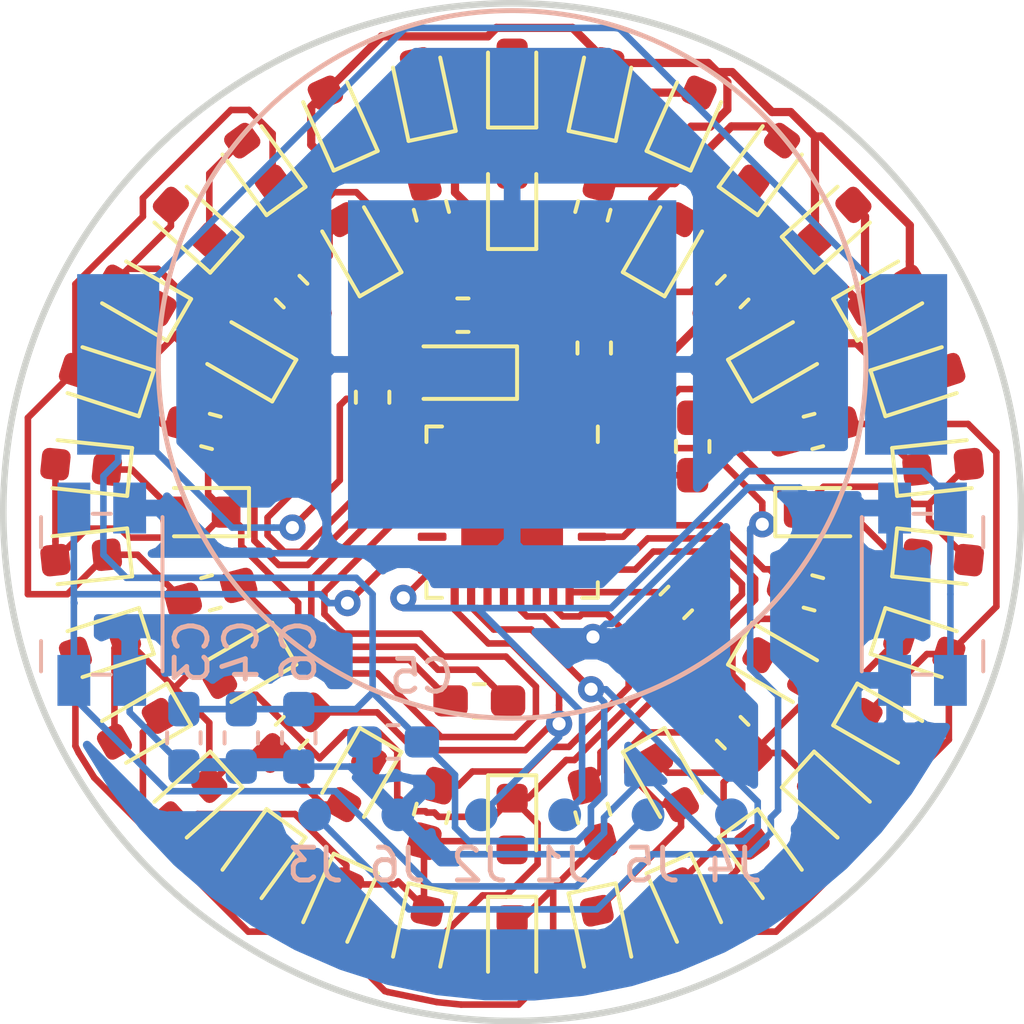
<source format=kicad_pcb>
(kicad_pcb (version 20171130) (host pcbnew 5.0.1)
  (layers (0 F.Cu signal) (31 B.Cu signal hide) (34 B.Paste user hide) (35 F.Paste user hide) (36 B.SilkS user) (37 F.SilkS user hide) (38 B.Mask user hide) (39 F.Mask user hide) (44 Edge.Cuts user))
  (net 0 "")
  (net 1 "Net-(D101-Pad1)")
  (net 2 "Net-(D101-Pad2)")
  (net 3 "Net-(D12-Pad2)")
  (net 4 "Net-(D102-Pad1)")
  (net 5 "Net-(D201-Pad1)")
  (net 6 "Net-(D201-Pad2)")
  (net 7 "Net-(D22-Pad2)")
  (net 8 "Net-(D202-Pad1)")
  (net 9 "Net-(D301-Pad2)")
  (net 10 "Net-(D301-Pad1)")
  (net 11 "Net-(D32-Pad2)")
  (net 12 "Net-(D302-Pad1)")
  (net 13 "Net-(D401-Pad2)")
  (net 14 "Net-(D401-Pad1)")
  (net 15 "Net-(D402-Pad1)")
  (net 16 C3_4)
  (net 17 GND)
  (net 18 X1)
  (net 19 X2)
  (net 20 "Net-(D43-Pad1)")
  (net 21 C1_1)
  (net 22 C1_2)
  (net 23 C1_3)
  (net 24 C1_4)
  (net 25 C2_1)
  (net 26 C2_2)
  (net 27 C2_3)
  (net 28 C3_1)
  (net 29 C3_2)
  (net 30 C3_3)
  (net 31 C4_1)
  (net 32 C4_2)
  (net 33 C4_3)
  (net 34 C4_4)
  (net 35 C2_4)
  (net 36 VCC)
  (net 37 RESET)
  (net 38 BT2)
  (net 39 BT1)
  (module LED_SMD:LED_0603_1608Metric (layer F.Cu) (at 100 113.2 270)
    (fp_text reference D38 hide)
    (fp_text value LED)
    (pad 2 smd roundrect (at 0.7875 0 270) (size 0.875 0.95) (layers F.Cu F.Paste F.Mask) (net 9 "Net-(D301-Pad2)"))
    (pad 1 smd roundrect (at -0.7875 0 270) (size 0.875 0.95) (layers F.Cu F.Paste F.Mask) (net 11 "Net-(D32-Pad2)"))
  )
  (module Resistor_SMD:R_0603_1608Metric_Pad1.05x0.95mm_HandSolder (layer F.Cu) (at 102.5 95 270)
    (fp_text reference R12 hide)
    (fp_text value R)
    (pad 2 smd roundrect (at 0.875 0 270) (size 1.05 0.95) (layers F.Cu F.Paste F.Mask) (net 22 C1_2))
    (pad 1 smd roundrect (at -0.875 0 270) (size 1.05 0.95) (layers F.Cu F.Paste F.Mask) (net 2 "Net-(D101-Pad2)"))
  )
  (module Crystal:Crystal_SMD_2012-2Pin_2.0x1.2mm_HandSoldering (layer F.Cu) (at 98.5 95.75 180)
    (fp_text reference Y1 hide)
    (fp_text value Crystal)
    (pad 2 smd rect (at 0.925 0 180) (size 1.05 1.1) (layers F.Cu F.Paste F.Mask) (net 19 X2))
    (pad 1 smd rect (at -0.925 0 180) (size 1.05 1.1) (layers F.Cu F.Paste F.Mask) (net 18 X1))
  )
  (module LED_SMD:LED_0603_1608Metric (layer F.Cu) (at 112.553946 95.920976 18)
    (fp_text reference D11 hide)
    (fp_text value LED)
    (pad 2 smd roundrect (at 0.7875 0 18) (size 0.875 0.95) (layers F.Cu F.Paste F.Mask) (net 1 "Net-(D101-Pad1)"))
    (pad 1 smd roundrect (at -0.7875 0 18) (size 0.875 0.95) (layers F.Cu F.Paste F.Mask) (net 2 "Net-(D101-Pad2)"))
  )
  (module LED_SMD:LED_0603_1608Metric (layer F.Cu) (at 111.431535 93.4 30)
    (fp_text reference D12 hide)
    (fp_text value LED)
    (pad 1 smd roundrect (at -0.7875 0 30) (size 0.875 0.95) (layers F.Cu F.Paste F.Mask) (net 1 "Net-(D101-Pad1)"))
    (pad 2 smd roundrect (at 0.7875 0 30) (size 0.875 0.95) (layers F.Cu F.Paste F.Mask) (net 3 "Net-(D12-Pad2)"))
  )
  (module LED_SMD:LED_0603_1608Metric (layer F.Cu) (at 109.809512 91.167476 42)
    (fp_text reference D13 hide)
    (fp_text value LED)
    (pad 2 smd roundrect (at 0.7875 0.000001 42) (size 0.875 0.95) (layers F.Cu F.Paste F.Mask) (net 1 "Net-(D101-Pad1)"))
    (pad 1 smd roundrect (at -0.7875 -0.000001 42) (size 0.875 0.95) (layers F.Cu F.Paste F.Mask) (net 3 "Net-(D12-Pad2)"))
  )
  (module LED_SMD:LED_0603_1608Metric (layer F.Cu) (at 107.758765 89.320976 54)
    (fp_text reference D14 hide)
    (fp_text value LED)
    (pad 1 smd roundrect (at -0.7875 0 54) (size 0.875 0.95) (layers F.Cu F.Paste F.Mask) (net 1 "Net-(D101-Pad1)"))
    (pad 2 smd roundrect (at 0.7875 0 54) (size 0.875 0.95) (layers F.Cu F.Paste F.Mask) (net 4 "Net-(D102-Pad1)"))
  )
  (module LED_SMD:LED_0603_1608Metric (layer F.Cu) (at 105.368924 87.9412 66)
    (fp_text reference D15 hide)
    (fp_text value LED)
    (pad 2 smd roundrect (at 0.7875 0 66) (size 0.875 0.95) (layers F.Cu F.Paste F.Mask) (net 4 "Net-(D102-Pad1)"))
    (pad 1 smd roundrect (at -0.7875 0 66) (size 0.875 0.95) (layers F.Cu F.Paste F.Mask) (net 3 "Net-(D12-Pad2)"))
  )
  (module LED_SMD:LED_0603_1608Metric (layer F.Cu) (at 102.744434 87.088452 78)
    (fp_text reference D16 hide)
    (fp_text value LED)
    (pad 1 smd roundrect (at -0.7875 0 78) (size 0.875 0.95) (layers F.Cu F.Paste F.Mask) (net 4 "Net-(D102-Pad1)"))
    (pad 2 smd roundrect (at 0.7875 0 78) (size 0.875 0.95) (layers F.Cu F.Paste F.Mask) (net 3 "Net-(D12-Pad2)"))
  )
  (module LED_SMD:LED_0603_1608Metric (layer F.Cu) (at 100 86.8 90)
    (fp_text reference D17 hide)
    (fp_text value LED)
    (pad 1 smd roundrect (at -0.7875 0 90) (size 0.875 0.95) (layers F.Cu F.Paste F.Mask) (net 4 "Net-(D102-Pad1)"))
    (pad 2 smd roundrect (at 0.7875 0 90) (size 0.875 0.95) (layers F.Cu F.Paste F.Mask) (net 2 "Net-(D101-Pad2)"))
  )
  (module LED_SMD:LED_0603_1608Metric (layer F.Cu) (at 97.255566 87.088452 102)
    (fp_text reference D18 hide)
    (fp_text value LED)
    (pad 2 smd roundrect (at 0.7875 0 102) (size 0.875 0.95) (layers F.Cu F.Paste F.Mask) (net 2 "Net-(D101-Pad2)"))
    (pad 1 smd roundrect (at -0.7875 0 102) (size 0.875 0.95) (layers F.Cu F.Paste F.Mask) (net 3 "Net-(D12-Pad2)"))
  )
  (module LED_SMD:LED_0603_1608Metric (layer F.Cu) (at 94.631076 87.9412 114)
    (fp_text reference D19 hide)
    (fp_text value LED)
    (pad 1 smd roundrect (at -0.7875 0 114) (size 0.875 0.95) (layers F.Cu F.Paste F.Mask) (net 2 "Net-(D101-Pad2)"))
    (pad 2 smd roundrect (at 0.7875 0 114) (size 0.875 0.95) (layers F.Cu F.Paste F.Mask) (net 3 "Net-(D12-Pad2)"))
  )
  (module LED_SMD:LED_0603_1608Metric (layer F.Cu) (at 102.744434 112.911548 282)
    (fp_text reference D21 hide)
    (fp_text value LED)
    (pad 2 smd roundrect (at 0.7875 0 282) (size 0.875 0.95) (layers F.Cu F.Paste F.Mask) (net 5 "Net-(D201-Pad1)"))
    (pad 1 smd roundrect (at -0.7875 0 282) (size 0.875 0.95) (layers F.Cu F.Paste F.Mask) (net 6 "Net-(D201-Pad2)"))
  )
  (module LED_SMD:LED_0603_1608Metric (layer F.Cu) (at 105.368924 112.0588 294)
    (fp_text reference D22 hide)
    (fp_text value LED)
    (pad 1 smd roundrect (at -0.7875 0 294) (size 0.875 0.95) (layers F.Cu F.Paste F.Mask) (net 5 "Net-(D201-Pad1)"))
    (pad 2 smd roundrect (at 0.7875 0 294) (size 0.875 0.95) (layers F.Cu F.Paste F.Mask) (net 7 "Net-(D22-Pad2)"))
  )
  (module LED_SMD:LED_0603_1608Metric (layer F.Cu) (at 107.758765 110.679024 306)
    (fp_text reference D23 hide)
    (fp_text value LED)
    (pad 2 smd roundrect (at 0.7875 0 306) (size 0.875 0.95) (layers F.Cu F.Paste F.Mask) (net 5 "Net-(D201-Pad1)"))
    (pad 1 smd roundrect (at -0.7875 0 306) (size 0.875 0.95) (layers F.Cu F.Paste F.Mask) (net 7 "Net-(D22-Pad2)"))
  )
  (module LED_SMD:LED_0603_1608Metric (layer F.Cu) (at 109.809512 108.832524 318)
    (fp_text reference D24 hide)
    (fp_text value LED)
    (pad 1 smd roundrect (at -0.7875 0.000001 318) (size 0.875 0.95) (layers F.Cu F.Paste F.Mask) (net 5 "Net-(D201-Pad1)"))
    (pad 2 smd roundrect (at 0.7875 -0.000001 318) (size 0.875 0.95) (layers F.Cu F.Paste F.Mask) (net 8 "Net-(D202-Pad1)"))
  )
  (module LED_SMD:LED_0603_1608Metric (layer F.Cu) (at 111.431535 106.6 330)
    (fp_text reference D25 hide)
    (fp_text value LED)
    (pad 2 smd roundrect (at 0.7875 0 330) (size 0.875 0.95) (layers F.Cu F.Paste F.Mask) (net 8 "Net-(D202-Pad1)"))
    (pad 1 smd roundrect (at -0.7875 0 330) (size 0.875 0.95) (layers F.Cu F.Paste F.Mask) (net 7 "Net-(D22-Pad2)"))
  )
  (module LED_SMD:LED_0603_1608Metric (layer F.Cu) (at 112.553946 104.079024 342)
    (fp_text reference D26 hide)
    (fp_text value LED)
    (pad 1 smd roundrect (at -0.7875 0 342) (size 0.875 0.95) (layers F.Cu F.Paste F.Mask) (net 8 "Net-(D202-Pad1)"))
    (pad 2 smd roundrect (at 0.7875 0 342) (size 0.875 0.95) (layers F.Cu F.Paste F.Mask) (net 7 "Net-(D22-Pad2)"))
  )
  (module LED_SMD:LED_0603_1608Metric (layer F.Cu) (at 113.127689 101.379776 354)
    (fp_text reference D27 hide)
    (fp_text value LED)
    (pad 1 smd roundrect (at -0.7875 0 354) (size 0.875 0.95) (layers F.Cu F.Paste F.Mask) (net 8 "Net-(D202-Pad1)"))
    (pad 2 smd roundrect (at 0.7875 0 354) (size 0.875 0.95) (layers F.Cu F.Paste F.Mask) (net 6 "Net-(D201-Pad2)"))
  )
  (module LED_SMD:LED_0603_1608Metric (layer F.Cu) (at 113.127689 98.620224 6)
    (fp_text reference D28 hide)
    (fp_text value LED)
    (pad 1 smd roundrect (at -0.7875 0 6) (size 0.875 0.95) (layers F.Cu F.Paste F.Mask) (net 7 "Net-(D22-Pad2)"))
    (pad 2 smd roundrect (at 0.7875 0 6) (size 0.875 0.95) (layers F.Cu F.Paste F.Mask) (net 6 "Net-(D201-Pad2)"))
  )
  (module LED_SMD:LED_0603_1608Metric (layer F.Cu) (at 87.446054 104.079024 198)
    (fp_text reference D32 hide)
    (fp_text value LED)
    (pad 2 smd roundrect (at 0.7875 0 198) (size 0.875 0.95) (layers F.Cu F.Paste F.Mask) (net 11 "Net-(D32-Pad2)"))
    (pad 1 smd roundrect (at -0.7875 0 198) (size 0.875 0.95) (layers F.Cu F.Paste F.Mask) (net 10 "Net-(D301-Pad1)"))
  )
  (module LED_SMD:LED_0603_1608Metric (layer F.Cu) (at 88.568465 106.6 210)
    (fp_text reference D33 hide)
    (fp_text value LED)
    (pad 1 smd roundrect (at -0.7875 0 210) (size 0.875 0.95) (layers F.Cu F.Paste F.Mask) (net 11 "Net-(D32-Pad2)"))
    (pad 2 smd roundrect (at 0.7875 0 210) (size 0.875 0.95) (layers F.Cu F.Paste F.Mask) (net 10 "Net-(D301-Pad1)"))
  )
  (module LED_SMD:LED_0603_1608Metric (layer F.Cu) (at 90.190488 108.832524 222)
    (fp_text reference D34 hide)
    (fp_text value LED)
    (pad 2 smd roundrect (at 0.7875 0.000001 222) (size 0.875 0.95) (layers F.Cu F.Paste F.Mask) (net 12 "Net-(D302-Pad1)"))
    (pad 1 smd roundrect (at -0.7875 -0.000001 222) (size 0.875 0.95) (layers F.Cu F.Paste F.Mask) (net 10 "Net-(D301-Pad1)"))
  )
  (module LED_SMD:LED_0603_1608Metric (layer F.Cu) (at 92.241235 110.679024 234)
    (fp_text reference D35 hide)
    (fp_text value LED)
    (pad 1 smd roundrect (at -0.7875 0 234) (size 0.875 0.95) (layers F.Cu F.Paste F.Mask) (net 11 "Net-(D32-Pad2)"))
    (pad 2 smd roundrect (at 0.7875 0 234) (size 0.875 0.95) (layers F.Cu F.Paste F.Mask) (net 12 "Net-(D302-Pad1)"))
  )
  (module LED_SMD:LED_0603_1608Metric (layer F.Cu) (at 94.631076 112.0588 246)
    (fp_text reference D36 hide)
    (fp_text value LED)
    (pad 2 smd roundrect (at 0.7875 0 246) (size 0.875 0.95) (layers F.Cu F.Paste F.Mask) (net 11 "Net-(D32-Pad2)"))
    (pad 1 smd roundrect (at -0.7875 0 246) (size 0.875 0.95) (layers F.Cu F.Paste F.Mask) (net 12 "Net-(D302-Pad1)"))
  )
  (module LED_SMD:LED_0603_1608Metric (layer F.Cu) (at 97.255566 112.911548 258)
    (fp_text reference D37 hide)
    (fp_text value LED)
    (pad 2 smd roundrect (at 0.7875 0 258) (size 0.875 0.95) (layers F.Cu F.Paste F.Mask) (net 9 "Net-(D301-Pad2)"))
    (pad 1 smd roundrect (at -0.7875 0 258) (size 0.875 0.95) (layers F.Cu F.Paste F.Mask) (net 12 "Net-(D302-Pad1)"))
  )
  (module LED_SMD:LED_0603_1608Metric (layer F.Cu) (at 92.241235 89.320976 126)
    (fp_text reference D43 hide)
    (fp_text value LED)
    (pad 1 smd roundrect (at -0.7875 0 126) (size 0.875 0.95) (layers F.Cu F.Paste F.Mask) (net 20 "Net-(D43-Pad1)"))
    (pad 2 smd roundrect (at 0.7875 0 126) (size 0.875 0.95) (layers F.Cu F.Paste F.Mask) (net 14 "Net-(D401-Pad1)"))
  )
  (module LED_SMD:LED_0603_1608Metric (layer F.Cu) (at 90.190488 91.167476 138)
    (fp_text reference D44 hide)
    (fp_text value LED)
    (pad 2 smd roundrect (at 0.7875 -0.000001 138) (size 0.875 0.95) (layers F.Cu F.Paste F.Mask) (net 15 "Net-(D402-Pad1)"))
    (pad 1 smd roundrect (at -0.7875 0.000001 138) (size 0.875 0.95) (layers F.Cu F.Paste F.Mask) (net 14 "Net-(D401-Pad1)"))
  )
  (module LED_SMD:LED_0603_1608Metric (layer F.Cu) (at 88.568465 93.4 150)
    (fp_text reference D45 hide)
    (fp_text value LED)
    (pad 1 smd roundrect (at -0.7875 0 150) (size 0.875 0.95) (layers F.Cu F.Paste F.Mask) (net 20 "Net-(D43-Pad1)"))
    (pad 2 smd roundrect (at 0.7875 0 150) (size 0.875 0.95) (layers F.Cu F.Paste F.Mask) (net 15 "Net-(D402-Pad1)"))
  )
  (module LED_SMD:LED_0603_1608Metric (layer F.Cu) (at 87.446054 95.920976 162)
    (fp_text reference D46 hide)
    (fp_text value LED)
    (pad 2 smd roundrect (at 0.7875 0 162) (size 0.875 0.95) (layers F.Cu F.Paste F.Mask) (net 20 "Net-(D43-Pad1)"))
    (pad 1 smd roundrect (at -0.7875 0 162) (size 0.875 0.95) (layers F.Cu F.Paste F.Mask) (net 15 "Net-(D402-Pad1)"))
  )
  (module LED_SMD:LED_0603_1608Metric (layer F.Cu) (at 86.872311 98.620224 174)
    (fp_text reference D47 hide)
    (fp_text value LED)
    (pad 2 smd roundrect (at 0.7875 0 174) (size 0.875 0.95) (layers F.Cu F.Paste F.Mask) (net 13 "Net-(D401-Pad2)"))
    (pad 1 smd roundrect (at -0.7875 0 174) (size 0.875 0.95) (layers F.Cu F.Paste F.Mask) (net 15 "Net-(D402-Pad1)"))
  )
  (module LED_SMD:LED_0603_1608Metric (layer F.Cu) (at 86.872311 101.379776 186)
    (fp_text reference D48 hide)
    (fp_text value LED)
    (pad 1 smd roundrect (at -0.7875 0 186) (size 0.875 0.95) (layers F.Cu F.Paste F.Mask) (net 20 "Net-(D43-Pad1)"))
    (pad 2 smd roundrect (at 0.7875 0 186) (size 0.875 0.95) (layers F.Cu F.Paste F.Mask) (net 13 "Net-(D401-Pad2)"))
  )
  (module LED_SMD:LED_0603_1608Metric (layer F.Cu) (at 108.227241 95.25 30)
    (fp_text reference D101 hide)
    (fp_text value LED)
    (pad 1 smd roundrect (at -0.7875 0 30) (size 0.875 0.95) (layers F.Cu F.Paste F.Mask) (net 1 "Net-(D101-Pad1)"))
    (pad 2 smd roundrect (at 0.7875 0 30) (size 0.875 0.95) (layers F.Cu F.Paste F.Mask) (net 2 "Net-(D101-Pad2)"))
  )
  (module LED_SMD:LED_0603_1608Metric (layer F.Cu) (at 104.75 91.772759 60)
    (fp_text reference D102 hide)
    (fp_text value LED)
    (pad 2 smd roundrect (at 0.7875 0 60) (size 0.875 0.95) (layers F.Cu F.Paste F.Mask) (net 1 "Net-(D101-Pad1)"))
    (pad 1 smd roundrect (at -0.7875 0 60) (size 0.875 0.95) (layers F.Cu F.Paste F.Mask) (net 4 "Net-(D102-Pad1)"))
  )
  (module LED_SMD:LED_0603_1608Metric (layer F.Cu) (at 100 90.5 90)
    (fp_text reference D103 hide)
    (fp_text value LED)
    (pad 2 smd roundrect (at 0.7875 0 90) (size 0.875 0.95) (layers F.Cu F.Paste F.Mask) (net 4 "Net-(D102-Pad1)"))
    (pad 1 smd roundrect (at -0.7875 0 90) (size 0.875 0.95) (layers F.Cu F.Paste F.Mask) (net 2 "Net-(D101-Pad2)"))
  )
  (module LED_SMD:LED_0603_1608Metric (layer F.Cu) (at 104.75 108.227241 300)
    (fp_text reference D201 hide)
    (fp_text value LED)
    (pad 1 smd roundrect (at -0.7875 0 300) (size 0.875 0.95) (layers F.Cu F.Paste F.Mask) (net 5 "Net-(D201-Pad1)"))
    (pad 2 smd roundrect (at 0.7875 0 300) (size 0.875 0.95) (layers F.Cu F.Paste F.Mask) (net 6 "Net-(D201-Pad2)"))
  )
  (module LED_SMD:LED_0603_1608Metric (layer F.Cu) (at 108.227241 104.75 330)
    (fp_text reference D202 hide)
    (fp_text value LED)
    (pad 2 smd roundrect (at 0.7875 0 330) (size 0.875 0.95) (layers F.Cu F.Paste F.Mask) (net 5 "Net-(D201-Pad1)"))
    (pad 1 smd roundrect (at -0.7875 0 330) (size 0.875 0.95) (layers F.Cu F.Paste F.Mask) (net 8 "Net-(D202-Pad1)"))
  )
  (module LED_SMD:LED_0603_1608Metric (layer F.Cu) (at 109.5 100)
    (fp_text reference D203 hide)
    (fp_text value LED)
    (pad 2 smd roundrect (at 0.7875 0) (size 0.875 0.95) (layers F.Cu F.Paste F.Mask) (net 8 "Net-(D202-Pad1)"))
    (pad 1 smd roundrect (at -0.7875 0) (size 0.875 0.95) (layers F.Cu F.Paste F.Mask) (net 6 "Net-(D201-Pad2)"))
  )
  (module LED_SMD:LED_0603_1608Metric (layer F.Cu) (at 91.772759 104.75 210)
    (fp_text reference D301 hide)
    (fp_text value LED)
    (pad 2 smd roundrect (at 0.7875 0 210) (size 0.875 0.95) (layers F.Cu F.Paste F.Mask) (net 9 "Net-(D301-Pad2)"))
    (pad 1 smd roundrect (at -0.7875 0 210) (size 0.875 0.95) (layers F.Cu F.Paste F.Mask) (net 10 "Net-(D301-Pad1)"))
  )
  (module LED_SMD:LED_0603_1608Metric (layer F.Cu) (at 95.25 108.227241 240)
    (fp_text reference D302 hide)
    (fp_text value LED)
    (pad 1 smd roundrect (at -0.7875 0 240) (size 0.875 0.95) (layers F.Cu F.Paste F.Mask) (net 12 "Net-(D302-Pad1)"))
    (pad 2 smd roundrect (at 0.7875 0 240) (size 0.875 0.95) (layers F.Cu F.Paste F.Mask) (net 10 "Net-(D301-Pad1)"))
  )
  (module LED_SMD:LED_0603_1608Metric (layer F.Cu) (at 100 109.5 270)
    (fp_text reference D303 hide)
    (fp_text value LED)
    (pad 2 smd roundrect (at 0.7875 0 270) (size 0.875 0.95) (layers F.Cu F.Paste F.Mask) (net 12 "Net-(D302-Pad1)"))
    (pad 1 smd roundrect (at -0.7875 0 270) (size 0.875 0.95) (layers F.Cu F.Paste F.Mask) (net 9 "Net-(D301-Pad2)"))
  )
  (module LED_SMD:LED_0603_1608Metric (layer F.Cu) (at 95.25 91.772759 120)
    (fp_text reference D401 hide)
    (fp_text value LED)
    (pad 2 smd roundrect (at 0.7875 0 120) (size 0.875 0.95) (layers F.Cu F.Paste F.Mask) (net 13 "Net-(D401-Pad2)"))
    (pad 1 smd roundrect (at -0.7875 0 120) (size 0.875 0.95) (layers F.Cu F.Paste F.Mask) (net 14 "Net-(D401-Pad1)"))
  )
  (module LED_SMD:LED_0603_1608Metric (layer F.Cu) (at 91.772759 95.25 150)
    (fp_text reference D402 hide)
    (fp_text value LED)
    (pad 1 smd roundrect (at -0.7875 0 150) (size 0.875 0.95) (layers F.Cu F.Paste F.Mask) (net 15 "Net-(D402-Pad1)"))
    (pad 2 smd roundrect (at 0.7875 0 150) (size 0.875 0.95) (layers F.Cu F.Paste F.Mask) (net 14 "Net-(D401-Pad1)"))
  )
  (module LED_SMD:LED_0603_1608Metric (layer F.Cu) (at 90.5 100 180)
    (fp_text reference D403 hide)
    (fp_text value LED)
    (pad 1 smd roundrect (at -0.7875 0 180) (size 0.875 0.95) (layers F.Cu F.Paste F.Mask) (net 13 "Net-(D401-Pad2)"))
    (pad 2 smd roundrect (at 0.7875 0 180) (size 0.875 0.95) (layers F.Cu F.Paste F.Mask) (net 15 "Net-(D402-Pad1)"))
  )
  (module Resistor_SMD:R_0603_1608Metric_Pad1.05x0.95mm_HandSolder (layer F.Cu) (at 97.541219 90.823705 285)
    (fp_text reference R11 hide)
    (fp_text value R)
    (pad 1 smd roundrect (at -0.875 0 285) (size 1.05 0.95) (layers F.Cu F.Paste F.Mask) (net 3 "Net-(D12-Pad2)"))
    (pad 2 smd roundrect (at 0.875 0 285) (size 1.05 0.95) (layers F.Cu F.Paste F.Mask) (net 21 C1_1))
  )
  (module Resistor_SMD:R_0603_1608Metric_Pad1.05x0.95mm_HandSolder (layer F.Cu) (at 102.458781 90.823705 255)
    (fp_text reference R13 hide)
    (fp_text value R)
    (pad 1 smd roundrect (at -0.875 0 255) (size 1.05 0.95) (layers F.Cu F.Paste F.Mask) (net 4 "Net-(D102-Pad1)"))
    (pad 2 smd roundrect (at 0.875 0 255) (size 1.05 0.95) (layers F.Cu F.Paste F.Mask) (net 23 C1_3))
  )
  (module Resistor_SMD:R_0603_1608Metric_Pad1.05x0.95mm_HandSolder (layer F.Cu) (at 106.717514 93.282486 225)
    (fp_text reference R14 hide)
    (fp_text value R)
    (pad 2 smd roundrect (at 0.874999 0 225) (size 1.05 0.95) (layers F.Cu F.Paste F.Mask) (net 24 C1_4))
    (pad 1 smd roundrect (at -0.874999 0 225) (size 1.05 0.95) (layers F.Cu F.Paste F.Mask) (net 1 "Net-(D101-Pad1)"))
  )
  (module Resistor_SMD:R_0603_1608Metric_Pad1.05x0.95mm_HandSolder (layer F.Cu) (at 109.176295 97.541219 195)
    (fp_text reference R21 hide)
    (fp_text value R)
    (pad 2 smd roundrect (at 0.875 0 195) (size 1.05 0.95) (layers F.Cu F.Paste F.Mask) (net 25 C2_1))
    (pad 1 smd roundrect (at -0.875 0 195) (size 1.05 0.95) (layers F.Cu F.Paste F.Mask) (net 7 "Net-(D22-Pad2)"))
  )
  (module Resistor_SMD:R_0603_1608Metric_Pad1.05x0.95mm_HandSolder (layer F.Cu) (at 105.5 98 270)
    (fp_text reference R22 hide)
    (fp_text value R)
    (pad 1 smd roundrect (at -0.875 0 270) (size 1.05 0.95) (layers F.Cu F.Paste F.Mask) (net 6 "Net-(D201-Pad2)"))
    (pad 2 smd roundrect (at 0.875 0 270) (size 1.05 0.95) (layers F.Cu F.Paste F.Mask) (net 26 C2_2))
  )
  (module Resistor_SMD:R_0603_1608Metric_Pad1.05x0.95mm_HandSolder (layer F.Cu) (at 109.176295 102.458781 165)
    (fp_text reference R23 hide)
    (fp_text value R)
    (pad 2 smd roundrect (at 0.875 0 165) (size 1.05 0.95) (layers F.Cu F.Paste F.Mask) (net 27 C2_3))
    (pad 1 smd roundrect (at -0.875 0 165) (size 1.05 0.95) (layers F.Cu F.Paste F.Mask) (net 8 "Net-(D202-Pad1)"))
  )
  (module Resistor_SMD:R_0603_1608Metric_Pad1.05x0.95mm_HandSolder (layer F.Cu) (at 106.717514 106.717514 135)
    (fp_text reference R24 hide)
    (fp_text value R)
    (pad 1 smd roundrect (at -0.874999 0 135) (size 1.05 0.95) (layers F.Cu F.Paste F.Mask) (net 5 "Net-(D201-Pad1)"))
    (pad 2 smd roundrect (at 0.874999 0 135) (size 1.05 0.95) (layers F.Cu F.Paste F.Mask) (net 35 C2_4))
  )
  (module Resistor_SMD:R_0603_1608Metric_Pad1.05x0.95mm_HandSolder (layer F.Cu) (at 102.458781 109.176295 105)
    (fp_text reference R31 hide)
    (fp_text value R)
    (pad 1 smd roundrect (at -0.875 0 105) (size 1.05 0.95) (layers F.Cu F.Paste F.Mask) (net 11 "Net-(D32-Pad2)"))
    (pad 2 smd roundrect (at 0.875 0 105) (size 1.05 0.95) (layers F.Cu F.Paste F.Mask) (net 28 C3_1))
  )
  (module Resistor_SMD:R_0603_1608Metric_Pad1.05x0.95mm_HandSolder (layer F.Cu) (at 105 102.75 45)
    (fp_text reference R32 hide)
    (fp_text value R)
    (pad 2 smd roundrect (at 0.874999 0 45) (size 1.05 0.95) (layers F.Cu F.Paste F.Mask) (net 29 C3_2))
    (pad 1 smd roundrect (at -0.874999 0 45) (size 1.05 0.95) (layers F.Cu F.Paste F.Mask) (net 9 "Net-(D301-Pad2)"))
  )
  (module Resistor_SMD:R_0603_1608Metric_Pad1.05x0.95mm_HandSolder (layer F.Cu) (at 97.541219 109.176295 75)
    (fp_text reference R33 hide)
    (fp_text value R)
    (pad 1 smd roundrect (at -0.875 0 75) (size 1.05 0.95) (layers F.Cu F.Paste F.Mask) (net 12 "Net-(D302-Pad1)"))
    (pad 2 smd roundrect (at 0.875 0 75) (size 1.05 0.95) (layers F.Cu F.Paste F.Mask) (net 30 C3_3))
  )
  (module Resistor_SMD:R_0603_1608Metric_Pad1.05x0.95mm_HandSolder (layer F.Cu) (at 93.282486 106.717514 45)
    (fp_text reference R34 hide)
    (fp_text value R)
    (pad 2 smd roundrect (at 0.874999 0 45) (size 1.05 0.95) (layers F.Cu F.Paste F.Mask) (net 16 C3_4))
    (pad 1 smd roundrect (at -0.874999 0 45) (size 1.05 0.95) (layers F.Cu F.Paste F.Mask) (net 10 "Net-(D301-Pad1)"))
  )
  (module Resistor_SMD:R_0603_1608Metric_Pad1.05x0.95mm_HandSolder (layer F.Cu) (at 90.823705 102.458781 15)
    (fp_text reference R41 hide)
    (fp_text value R)
    (pad 2 smd roundrect (at 0.875 0 15) (size 1.05 0.95) (layers F.Cu F.Paste F.Mask) (net 31 C4_1))
    (pad 1 smd roundrect (at -0.875 0 15) (size 1.05 0.95) (layers F.Cu F.Paste F.Mask) (net 20 "Net-(D43-Pad1)"))
  )
  (module Resistor_SMD:R_0603_1608Metric_Pad1.05x0.95mm_HandSolder (layer F.Cu) (at 99 105.75)
    (fp_text reference R42 hide)
    (fp_text value R)
    (pad 1 smd roundrect (at -0.874999 0) (size 1.05 0.95) (layers F.Cu F.Paste F.Mask) (net 13 "Net-(D401-Pad2)"))
    (pad 2 smd roundrect (at 0.874999 0) (size 1.05 0.95) (layers F.Cu F.Paste F.Mask) (net 32 C4_2))
  )
  (module Resistor_SMD:R_0603_1608Metric_Pad1.05x0.95mm_HandSolder (layer F.Cu) (at 90.823705 97.541219 345)
    (fp_text reference R43 hide)
    (fp_text value R)
    (pad 2 smd roundrect (at 0.875 0 345) (size 1.05 0.95) (layers F.Cu F.Paste F.Mask) (net 33 C4_3))
    (pad 1 smd roundrect (at -0.875 0 345) (size 1.05 0.95) (layers F.Cu F.Paste F.Mask) (net 15 "Net-(D402-Pad1)"))
  )
  (module Resistor_SMD:R_0603_1608Metric_Pad1.05x0.95mm_HandSolder (layer F.Cu) (at 93.282486 93.282486 315)
    (fp_text reference R44 hide)
    (fp_text value R)
    (pad 1 smd roundrect (at -0.874999 0 315) (size 1.05 0.95) (layers F.Cu F.Paste F.Mask) (net 14 "Net-(D401-Pad1)"))
    (pad 2 smd roundrect (at 0.874999 0 315) (size 1.05 0.95) (layers F.Cu F.Paste F.Mask) (net 34 C4_4))
  )
  (module Battery_Clip_SMALL:BatteryHolderCR2032 (layer B.Cu) (at 100 95.5)
    (fp_text reference BT1 hide)
    (fp_text value Battery_Cell)
    (pad 2 smd rect (at 0 0) (size 10 10) (layers B.Cu B.Paste B.Mask) (net 17 GND))
    (pad 1 smd rect (at -12 0) (size 2.5 5.5) (layers B.Cu B.Paste B.Mask) (net 36 VCC))
    (pad 1 smd rect (at 12 0) (size 2.5 5.5) (layers B.Cu B.Paste B.Mask) (net 36 VCC))
  )
  (module Capacitor_SMD:C_0603_1608Metric_Pad1.05x0.95mm_HandSolder (layer F.Cu) (at 98.5 94 180)
    (fp_text reference C1 hide)
    (fp_text value C)
    (pad 2 smd roundrect (at 0.875 0 180) (size 1.05 0.95) (layers F.Cu F.Paste F.Mask) (net 17 GND))
    (pad 1 smd roundrect (at -0.875 0 180) (size 1.05 0.95) (layers F.Cu F.Paste F.Mask) (net 18 X1))
  )
  (module Capacitor_SMD:C_0603_1608Metric_Pad1.05x0.95mm_HandSolder (layer F.Cu) (at 95.75 96.5 90)
    (fp_text reference C2 hide)
    (fp_text value C)
    (pad 1 smd roundrect (at -0.875 0 90) (size 1.05 0.95) (layers F.Cu F.Paste F.Mask) (net 19 X2))
    (pad 2 smd roundrect (at 0.875 0 90) (size 1.05 0.95) (layers F.Cu F.Paste F.Mask) (net 17 GND))
  )
  (module Package_DFN_QFN:QFN-32-1EP_5x5mm_P0.5mm_EP3.1x3.1mm (layer F.Cu) (at 100 100 270)
    (fp_text reference U1 hide)
    (fp_text value ATmega328P-MU)
    (pad 33 smd roundrect (at 0 0 270) (size 3.1 3.1) (layers F.Cu F.Mask) (roundrect_rratio 0.08064499999999999) (net 17 GND))
    (pad 1 smd roundrect (at -2.4375 -1.75 270) (size 0.875 0.25) (layers F.Cu F.Paste F.Mask) (net 22 C1_2))
    (pad 2 smd roundrect (at -2.4375 -1.25 270) (size 0.875 0.25) (layers F.Cu F.Paste F.Mask) (net 21 C1_1))
    (pad 3 smd roundrect (at -2.4375 -0.75 270) (size 0.875 0.25) (layers F.Cu F.Paste F.Mask) (net 17 GND))
    (pad 4 smd roundrect (at -2.4375 -0.25 270) (size 0.875 0.25) (layers F.Cu F.Paste F.Mask) (net 36 VCC))
    (pad 5 smd roundrect (at -2.4375 0.25 270) (size 0.875 0.25) (layers F.Cu F.Paste F.Mask) (net 17 GND))
    (pad 6 smd roundrect (at -2.4375 0.75 270) (size 0.875 0.25) (layers F.Cu F.Paste F.Mask) (net 36 VCC))
    (pad 7 smd roundrect (at -2.4375 1.25 270) (size 0.875 0.25) (layers F.Cu F.Paste F.Mask) (net 18 X1))
    (pad 8 smd roundrect (at -2.4375 1.75 270) (size 0.875 0.25) (layers F.Cu F.Paste F.Mask) (net 19 X2))
    (pad 9 smd roundrect (at -1.75 2.4375 270) (size 0.25 0.875) (layers F.Cu F.Paste F.Mask) (net 34 C4_4))
    (pad 10 smd roundrect (at -1.25 2.4375 270) (size 0.25 0.875) (layers F.Cu F.Paste F.Mask) (net 33 C4_3))
    (pad 11 smd roundrect (at -0.75 2.4375 270) (size 0.25 0.875) (layers F.Cu F.Paste F.Mask) (net 32 C4_2))
    (pad 12 smd roundrect (at -0.25 2.4375 270) (size 0.25 0.875) (layers F.Cu F.Paste F.Mask) (net 31 C4_1))
    (pad 13 smd roundrect (at 0.25 2.4375 270) (size 0.25 0.875) (layers F.Cu F.Paste F.Mask))
    (pad 14 smd roundrect (at 0.75 2.4375 270) (size 0.25 0.875) (layers F.Cu F.Paste F.Mask))
    (pad 15 smd roundrect (at 1.25 2.4375 270) (size 0.25 0.875) (layers F.Cu F.Paste F.Mask) (net 39 BT1))
    (pad 16 smd roundrect (at 1.75 2.4375 270) (size 0.25 0.875) (layers F.Cu F.Paste F.Mask) (net 38 BT2))
    (pad 17 smd roundrect (at 2.4375 1.75 270) (size 0.875 0.25) (layers F.Cu F.Paste F.Mask) (net 16 C3_4))
    (pad 18 smd roundrect (at 2.4375 1.25 270) (size 0.875 0.25) (layers F.Cu F.Paste F.Mask) (net 36 VCC))
    (pad 19 smd roundrect (at 2.4375 0.75 270) (size 0.875 0.25) (layers F.Cu F.Paste F.Mask))
    (pad 20 smd roundrect (at 2.4375 0.25 270) (size 0.875 0.25) (layers F.Cu F.Paste F.Mask))
    (pad 21 smd roundrect (at 2.4375 -0.25 270) (size 0.875 0.25) (layers F.Cu F.Paste F.Mask) (net 17 GND))
    (pad 22 smd roundrect (at 2.4375 -0.75 270) (size 0.875 0.25) (layers F.Cu F.Paste F.Mask))
    (pad 23 smd roundrect (at 2.4375 -1.25 270) (size 0.875 0.25) (layers F.Cu F.Paste F.Mask) (net 30 C3_3))
    (pad 24 smd roundrect (at 2.4375 -1.75 270) (size 0.875 0.25) (layers F.Cu F.Paste F.Mask) (net 29 C3_2))
    (pad 25 smd roundrect (at 1.75 -2.4375 270) (size 0.25 0.875) (layers F.Cu F.Paste F.Mask) (net 28 C3_1))
    (pad 26 smd roundrect (at 1.25 -2.4375 270) (size 0.25 0.875) (layers F.Cu F.Paste F.Mask) (net 35 C2_4))
    (pad 27 smd roundrect (at 0.75 -2.4375 270) (size 0.25 0.875) (layers F.Cu F.Paste F.Mask) (net 27 C2_3))
    (pad 28 smd roundrect (at 0.25 -2.4375 270) (size 0.25 0.875) (layers F.Cu F.Paste F.Mask) (net 26 C2_2))
    (pad 29 smd roundrect (at -0.25 -2.4375 270) (size 0.25 0.875) (layers F.Cu F.Paste F.Mask) (net 37 RESET))
    (pad 30 smd roundrect (at -0.75 -2.4375 270) (size 0.25 0.875) (layers F.Cu F.Paste F.Mask) (net 25 C2_1))
    (pad 31 smd roundrect (at -1.25 -2.4375 270) (size 0.25 0.875) (layers F.Cu F.Paste F.Mask) (net 24 C1_4))
    (pad 32 smd roundrect (at -1.75 -2.4375 270) (size 0.25 0.875) (layers F.Cu F.Paste F.Mask) (net 23 C1_3))
  )
  (module Battery_Clip_SMALL:TestPoint (layer B.Cu) (at 101.6 109.22)
    (fp_text reference J1 (at -0.1 1.53) (layer B.SilkS) (effects (justify mirror)))
    (fp_text value Conn_01x01)
    (pad 1 smd circle (at 0 0) (size 1 1) (layers B.Cu B.Paste B.Mask) (net 38 BT2))
  )
  (module Battery_Clip_SMALL:TestPoint (layer B.Cu) (at 99.06 109.22)
    (fp_text reference J2 (at -0.06 1.53) (layer B.SilkS) (effects (justify mirror)))
    (fp_text value Conn_01x01)
    (pad 1 smd circle (at 0 0) (size 1 1) (layers B.Cu B.Paste B.Mask) (net 16 C3_4))
  )
  (module Battery_Clip_SMALL:TestPoint (layer B.Cu) (at 93.98 109.22)
    (fp_text reference J3 (at 0.02 1.53) (layer B.SilkS) (effects (justify mirror)))
    (fp_text value Conn_01x01)
    (pad 1 smd circle (at 0 0) (size 1 1) (layers B.Cu B.Paste B.Mask) (net 37 RESET))
  )
  (module Battery_Clip_SMALL:TestPoint (layer B.Cu) (at 106.68 109.22)
    (fp_text reference J4 (at 0.07 1.53) (layer B.SilkS) (effects (justify mirror)))
    (fp_text value Conn_01x01)
    (pad 1 smd circle (at 0 0) (size 1 1) (layers B.Cu B.Paste B.Mask) (net 36 VCC))
  )
  (module Battery_Clip_SMALL:TestPoint (layer B.Cu) (at 104.14 109.22)
    (fp_text reference J5 (at 0.11 1.53) (layer B.SilkS) (effects (justify mirror)))
    (fp_text value Conn_01x01)
    (pad 1 smd circle (at 0 0) (size 1 1) (layers B.Cu B.Paste B.Mask) (net 39 BT1))
  )
  (module Battery_Clip_SMALL:TestPoint (layer B.Cu) (at 96.52 109.22)
    (fp_text reference J6 (at -0.02 1.53) (layer B.SilkS) (effects (justify mirror)))
    (fp_text value Conn_01x01)
    (pad 1 smd circle (at 0 0) (size 1 1) (layers B.Cu B.Paste B.Mask) (net 17 GND))
  )
  (module Button_Switch_SMD:Panasonic_EVQPUJ_EVQPUA (layer B.Cu) (at 87.5 102.5 270)
    (fp_text reference SW1 (at 0 4.5 270) (layer B.SilkS) (effects (justify mirror)))
    (fp_text value SW_Push)
    (pad 1 smd rect (at 2.625 0.85 90) (size 1.55 1) (layers B.Cu B.Paste B.Mask) (net 39 BT1))
    (pad 1 smd rect (at -2.625 0.85 90) (size 1.55 1) (layers B.Cu B.Paste B.Mask) (net 39 BT1))
    (pad 2 smd rect (at -2.625 -0.85 90) (size 1.55 1) (layers B.Cu B.Paste B.Mask) (net 17 GND))
    (pad 2 smd rect (at 2.625 -0.85 90) (size 1.55 1) (layers B.Cu B.Paste B.Mask) (net 17 GND))
  )
  (module Button_Switch_SMD:Panasonic_EVQPUJ_EVQPUA (layer B.Cu) (at 112.5 102.5 90)
    (fp_text reference SW2 (at 0 4.5 90) (layer B.SilkS) (effects (justify mirror)))
    (fp_text value SW_Push)
    (pad 1 smd rect (at 2.625 0.85 270) (size 1.55 1) (layers B.Cu B.Paste B.Mask) (net 38 BT2))
    (pad 1 smd rect (at -2.625 0.85 270) (size 1.55 1) (layers B.Cu B.Paste B.Mask) (net 38 BT2))
    (pad 2 smd rect (at -2.625 -0.85 270) (size 1.55 1) (layers B.Cu B.Paste B.Mask) (net 17 GND))
    (pad 2 smd rect (at 2.625 -0.85 270) (size 1.55 1) (layers B.Cu B.Paste B.Mask) (net 17 GND))
  )
  (module Capacitor_SMD:C_0603_1608Metric_Pad1.05x0.95mm_HandSolder (layer B.Cu) (at 90 106.875 270)
    (fp_text reference C3 (at -2.625 -0.25 270) (layer B.SilkS) (effects (justify mirror)))
    (fp_text value C)
    (pad 1 smd roundrect (at -0.875 0 270) (size 1.05 0.95) (layers B.Cu B.Paste B.Mask) (net 36 VCC))
    (pad 2 smd roundrect (at 0.875 0 270) (size 1.05 0.95) (layers B.Cu B.Paste B.Mask) (net 17 GND))
  )
  (module Capacitor_SMD:C_0603_1608Metric_Pad1.05x0.95mm_HandSolder (layer B.Cu) (at 91.75 106.875 270)
    (fp_text reference C4 (at -2.625 0 270) (layer B.SilkS) (effects (justify mirror)))
    (fp_text value C)
    (pad 2 smd roundrect (at 0.875 0 270) (size 1.05 0.95) (layers B.Cu B.Paste B.Mask) (net 17 GND))
    (pad 1 smd roundrect (at -0.875 0 270) (size 1.05 0.95) (layers B.Cu B.Paste B.Mask) (net 36 VCC))
  )
  (module Capacitor_SMD:C_0603_1608Metric_Pad1.05x0.95mm_HandSolder (layer B.Cu) (at 96.375 107 180)
    (fp_text reference C5 (at -0.875 2 180) (layer B.SilkS) (effects (justify mirror)))
    (fp_text value C)
    (pad 2 smd roundrect (at 0.875 0 180) (size 1.05 0.95) (layers B.Cu B.Paste B.Mask) (net 17 GND))
    (pad 1 smd roundrect (at -0.875 0 180) (size 1.05 0.95) (layers B.Cu B.Paste B.Mask) (net 36 VCC))
  )
  (module Capacitor_SMD:C_0603_1608Metric_Pad1.05x0.95mm_HandSolder (layer B.Cu) (at 93.5 106.875 270)
    (fp_text reference C6 (at -2.625 0 270) (layer B.SilkS) (effects (justify mirror)))
    (fp_text value C)
    (pad 1 smd roundrect (at -0.875 0 270) (size 1.05 0.95) (layers B.Cu B.Paste B.Mask) (net 36 VCC))
    (pad 2 smd roundrect (at 0.875 0 270) (size 1.05 0.95) (layers B.Cu B.Paste B.Mask) (net 17 GND))
  )
  (gr_circle (center 100 100) (end 115.5 100) (layer Edge.Cuts) (width 0.2))
  (segment (start 105.763228 91.090764) (end 105.14375 91.090764) (width 0.25) (layer F.Cu) (net 1))
  (segment (start 107.336232 92.663768) (end 105.763228 91.090764) (width 0.25) (layer F.Cu) (net 1))
  (segment (start 106.163197 91.090764) (end 107.295884 89.958077) (width 0.25) (layer F.Cu) (net 1))
  (segment (start 105.14375 91.090764) (end 106.163197 91.090764) (width 0.25) (layer F.Cu) (net 1))
  (segment (start 109.619558 92.663768) (end 110.74954 93.79375) (width 0.25) (layer F.Cu) (net 1))
  (segment (start 107.336232 92.663768) (end 109.619558 92.663768) (width 0.25) (layer F.Cu) (net 1))
  (segment (start 110.74954 90.995337) (end 110.394739 90.640536) (width 0.25) (layer F.Cu) (net 1))
  (segment (start 110.74954 93.79375) (end 110.74954 90.995337) (width 0.25) (layer F.Cu) (net 1))
  (segment (start 111.419028 93.79375) (end 113.302903 95.677625) (width 0.25) (layer F.Cu) (net 1))
  (segment (start 110.74954 93.79375) (end 111.419028 93.79375) (width 0.25) (layer F.Cu) (net 1))
  (segment (start 107.742818 95.446178) (end 107.545246 95.64375) (width 0.25) (layer F.Cu) (net 1))
  (segment (start 107.336232 92.663768) (end 107.742818 93.070354) (width 0.25) (layer F.Cu) (net 1))
  (segment (start 107.742818 93.070354) (end 107.742818 95.446178) (width 0.25) (layer F.Cu) (net 1))
  (segment (start 97.091836 86.520162) (end 97.091836 86.318161) (width 0.25) (layer F.Cu) (net 2))
  (segment (start 94.951381 88.660617) (end 97.091836 86.520162) (width 0.25) (layer F.Cu) (net 2))
  (segment (start 100 91.2875) (end 99.2875 91.2875) (width 0.25) (layer F.Cu) (net 2))
  (segment (start 97.677448 86.318161) (end 97.091836 86.318161) (width 0.25) (layer F.Cu) (net 2))
  (segment (start 98.259168 86.899881) (end 97.677448 86.318161) (width 0.25) (layer F.Cu) (net 2))
  (segment (start 98.259168 90.259168) (end 98.259168 86.899881) (width 0.25) (layer F.Cu) (net 2))
  (segment (start 99.2875 91.2875) (end 98.259168 90.259168) (width 0.25) (layer F.Cu) (net 2))
  (segment (start 99.694339 86.318161) (end 100 86.0125) (width 0.25) (layer F.Cu) (net 2))
  (segment (start 97.091836 86.318161) (end 99.694339 86.318161) (width 0.25) (layer F.Cu) (net 2))
  (segment (start 108.909236 94.85625) (end 108.909236 95.390755) (width 0.25) (layer F.Cu) (net 2))
  (segment (start 110.496912 94.85625) (end 111.804989 96.164327) (width 0.25) (layer F.Cu) (net 2))
  (segment (start 108.909236 94.85625) (end 110.496912 94.85625) (width 0.25) (layer F.Cu) (net 2))
  (segment (start 101.366495 90.633505) (end 102.033505 90.633505) (width 0.2) (layer F.Cu) (net 2))
  (segment (start 102.033505 90.633505) (end 102.18 90.78) (width 0.2) (layer F.Cu) (net 2))
  (segment (start 102.18 90.78) (end 102.42 90.78) (width 0.2) (layer F.Cu) (net 2))
  (segment (start 102.42 90.78) (end 102.5 90.86) (width 0.2) (layer F.Cu) (net 2))
  (segment (start 102.5 90.86) (end 103.04 90.86) (width 0.2) (layer F.Cu) (net 2))
  (segment (start 103.04 90.86) (end 103.25 91.07) (width 0.2) (layer F.Cu) (net 2))
  (segment (start 103.25 91.07) (end 103.4 91.07) (width 0.2) (layer F.Cu) (net 2))
  (segment (start 104.06652 93.290614) (end 105.459386 93.290614) (width 0.2) (layer F.Cu) (net 2))
  (segment (start 103.4 91.07) (end 103.4 92.624094) (width 0.2) (layer F.Cu) (net 2))
  (segment (start 103.4 92.624094) (end 104.06652 93.290614) (width 0.2) (layer F.Cu) (net 2))
  (segment (start 107.007537 95.018371) (end 106.5 95.525908) (width 0.2) (layer F.Cu) (net 2))
  (segment (start 107.007537 93.643203) (end 107.007537 95.018371) (width 0.2) (layer F.Cu) (net 2))
  (segment (start 106.356797 92.992463) (end 107.007537 93.643203) (width 0.2) (layer F.Cu) (net 2))
  (segment (start 105.459386 93.290614) (end 105.757537 92.992463) (width 0.2) (layer F.Cu) (net 2))
  (segment (start 105.757537 92.992463) (end 106.356797 92.992463) (width 0.2) (layer F.Cu) (net 2))
  (segment (start 106.5 95.724094) (end 107.275906 96.5) (width 0.2) (layer F.Cu) (net 2))
  (segment (start 106.5 95.525908) (end 106.5 95.724094) (width 0.2) (layer F.Cu) (net 2))
  (segment (start 108.518254 95.247232) (end 108.909236 94.85625) (width 0.2) (layer F.Cu) (net 2))
  (segment (start 108.518254 95.83383) (end 108.518254 95.247232) (width 0.2) (layer F.Cu) (net 2))
  (segment (start 107.852084 96.5) (end 108.518254 95.83383) (width 0.2) (layer F.Cu) (net 2))
  (segment (start 107.275906 96.5) (end 107.852084 96.5) (width 0.2) (layer F.Cu) (net 2))
  (segment (start 101.366495 92.265439) (end 101.366495 91.133505) (width 0.25) (layer F.Cu) (net 2))
  (segment (start 102.5 93.398944) (end 101.366495 92.265439) (width 0.25) (layer F.Cu) (net 2))
  (segment (start 100.388556 91.2875) (end 100 91.2875) (width 0.25) (layer F.Cu) (net 2))
  (segment (start 102.5 93.398944) (end 100.388556 91.2875) (width 0.25) (layer F.Cu) (net 2))
  (segment (start 102.5 94.125) (end 102.5 93.398944) (width 0.25) (layer F.Cu) (net 2))
  (segment (start 101.366495 91.133505) (end 101.366495 90.633505) (width 0.25) (layer F.Cu) (net 2))
  (segment (start 97.314752 87.963287) (end 97.419296 87.858743) (width 0.25) (layer F.Cu) (net 3))
  (segment (start 97.314752 89.97852) (end 97.314752 87.963287) (width 0.25) (layer F.Cu) (net 3))
  (segment (start 101.839993 85.24999) (end 102.44998 85.859977) (width 0.25) (layer F.Cu) (net 3))
  (segment (start 99.518516 85.24999) (end 101.839993 85.24999) (width 0.25) (layer F.Cu) (net 3))
  (segment (start 99.261333 85.507173) (end 99.518516 85.24999) (width 0.25) (layer F.Cu) (net 3))
  (segment (start 102.44998 85.859977) (end 102.908164 86.318161) (width 0.25) (layer F.Cu) (net 3))
  (segment (start 96.025381 85.507173) (end 99.261333 85.507173) (width 0.25) (layer F.Cu) (net 3))
  (segment (start 94.310771 87.221783) (end 96.025381 85.507173) (width 0.25) (layer F.Cu) (net 3))
  (segment (start 106.032361 88.258539) (end 105.450697 88.258539) (width 0.25) (layer F.Cu) (net 3))
  (segment (start 105.450697 88.258539) (end 105.048619 88.660617) (width 0.25) (layer F.Cu) (net 3))
  (segment (start 106.555984 87.734916) (end 106.032361 88.258539) (width 0.25) (layer F.Cu) (net 3))
  (segment (start 106.555984 86.900966) (end 106.555984 87.734916) (width 0.25) (layer F.Cu) (net 3))
  (segment (start 102.908164 86.318161) (end 105.973179 86.318161) (width 0.25) (layer F.Cu) (net 3))
  (segment (start 109.224285 91.03928) (end 109.224285 91.694416) (width 0.25) (layer F.Cu) (net 3))
  (segment (start 109.224285 88.555517) (end 109.224285 91.03928) (width 0.25) (layer F.Cu) (net 3))
  (segment (start 108.48146 87.812692) (end 109.224285 88.555517) (width 0.25) (layer F.Cu) (net 3))
  (segment (start 107.917748 87.812692) (end 108.48146 87.812692) (width 0.25) (layer F.Cu) (net 3))
  (segment (start 106.700038 86.594982) (end 107.917748 87.812692) (width 0.25) (layer F.Cu) (net 3))
  (segment (start 106.25 86.594982) (end 106.700038 86.594982) (width 0.25) (layer F.Cu) (net 3))
  (segment (start 105.973179 86.318161) (end 106.25 86.594982) (width 0.25) (layer F.Cu) (net 3))
  (segment (start 106.25 86.594982) (end 106.555984 86.900966) (width 0.25) (layer F.Cu) (net 3))
  (segment (start 112.11353 92.365718) (end 112.11353 93.00625) (width 0.25) (layer F.Cu) (net 3))
  (segment (start 112.11353 91.262856) (end 112.11353 92.365718) (width 0.25) (layer F.Cu) (net 3))
  (segment (start 109.406191 88.555517) (end 112.11353 91.262856) (width 0.25) (layer F.Cu) (net 3))
  (segment (start 109.224285 88.555517) (end 109.406191 88.555517) (width 0.25) (layer F.Cu) (net 3))
  (segment (start 94.581054 89.508366) (end 93.88029 88.807602) (width 0.25) (layer F.Cu) (net 3))
  (segment (start 95.741634 89.508366) (end 94.581054 89.508366) (width 0.25) (layer F.Cu) (net 3))
  (segment (start 93.88029 88.807602) (end 93.88029 87.652264) (width 0.25) (layer F.Cu) (net 3))
  (segment (start 95.763617 89.486383) (end 95.741634 89.508366) (width 0.25) (layer F.Cu) (net 3))
  (segment (start 97.314752 89.97852) (end 96.822615 89.486383) (width 0.25) (layer F.Cu) (net 3))
  (segment (start 96.822615 89.486383) (end 95.763617 89.486383) (width 0.25) (layer F.Cu) (net 3))
  (segment (start 93.88029 87.652264) (end 94.310771 87.221783) (width 0.25) (layer F.Cu) (net 3))
  (segment (start 102.685248 87.963287) (end 102.580704 87.858743) (width 0.25) (layer F.Cu) (net 4))
  (segment (start 102.685248 89.97852) (end 102.685248 87.963287) (width 0.25) (layer F.Cu) (net 4))
  (segment (start 100.271243 87.858743) (end 100 87.5875) (width 0.25) (layer F.Cu) (net 4))
  (segment (start 102.580704 87.858743) (end 100.271243 87.858743) (width 0.25) (layer F.Cu) (net 4))
  (segment (start 100 87.5875) (end 100 89.7125) (width 0.25) (layer F.Cu) (net 4))
  (segment (start 105.069277 87.221783) (end 105.689229 87.221783) (width 0.25) (layer F.Cu) (net 4))
  (segment (start 103.166316 87.858743) (end 103.803276 87.221783) (width 0.25) (layer F.Cu) (net 4))
  (segment (start 103.803276 87.221783) (end 105.069277 87.221783) (width 0.25) (layer F.Cu) (net 4))
  (segment (start 102.580704 87.858743) (end 103.166316 87.858743) (width 0.25) (layer F.Cu) (net 4))
  (segment (start 104.94879 89.97852) (end 106.67731 88.25) (width 0.25) (layer F.Cu) (net 4))
  (segment (start 107.787771 88.25) (end 108.221646 88.683875) (width 0.25) (layer F.Cu) (net 4))
  (segment (start 106.67731 88.25) (end 107.787771 88.25) (width 0.25) (layer F.Cu) (net 4))
  (segment (start 104.35625 92.454754) (end 104.35625 91.849573) (width 0.25) (layer F.Cu) (net 4))
  (segment (start 104.269164 91.762487) (end 104.269164 90.459356) (width 0.25) (layer F.Cu) (net 4))
  (segment (start 104.35625 91.849573) (end 104.269164 91.762487) (width 0.25) (layer F.Cu) (net 4))
  (segment (start 102.685248 89.97852) (end 104.75 89.97852) (width 0.25) (layer F.Cu) (net 4))
  (segment (start 104.269164 90.459356) (end 104.75 89.97852) (width 0.25) (layer F.Cu) (net 4))
  (segment (start 104.75 89.97852) (end 104.94879 89.97852) (width 0.25) (layer F.Cu) (net 4))
  (segment (start 109.224285 110.313486) (end 109.224285 108.305584) (width 0.2) (layer F.Cu) (net 5))
  (segment (start 108.221646 111.316125) (end 109.224285 110.313486) (width 0.2) (layer F.Cu) (net 5))
  (segment (start 108.254933 107.336232) (end 107.336232 107.336232) (width 0.2) (layer F.Cu) (net 5))
  (segment (start 109.224285 108.305584) (end 108.254933 107.336232) (width 0.2) (layer F.Cu) (net 5))
  (segment (start 108.909236 105.763228) (end 108.909236 105.14375) (width 0.2) (layer F.Cu) (net 5))
  (segment (start 107.336232 107.336232) (end 108.909236 105.763228) (width 0.2) (layer F.Cu) (net 5))
  (segment (start 102.908164 113.479838) (end 102.908164 113.681839) (width 0.2) (layer F.Cu) (net 5))
  (segment (start 105.048619 111.339383) (end 102.908164 113.479838) (width 0.2) (layer F.Cu) (net 5))
  (segment (start 105.4791 110.908902) (end 105.048619 111.339383) (width 0.2) (layer F.Cu) (net 5))
  (segment (start 106.441404 109.946598) (end 105.4791 110.908902) (width 0.2) (layer F.Cu) (net 5))
  (segment (start 106.441404 108.23106) (end 106.441404 109.946598) (width 0.2) (layer F.Cu) (net 5))
  (segment (start 107.336232 107.336232) (end 106.441404 108.23106) (width 0.2) (layer F.Cu) (net 5))
  (segment (start 104.35625 107.545246) (end 104.747232 107.936228) (width 0.2) (layer F.Cu) (net 5))
  (segment (start 104.747232 107.936228) (end 106.736236 107.936228) (width 0.2) (layer F.Cu) (net 5))
  (segment (start 106.929646 107.742818) (end 107.336232 107.336232) (width 0.2) (layer F.Cu) (net 5))
  (segment (start 106.736236 107.936228) (end 106.929646 107.742818) (width 0.2) (layer F.Cu) (net 5))
  (segment (start 111.666134 99.22499) (end 112.191144 99.75) (width 0.2) (layer F.Cu) (net 6))
  (segment (start 108.7125 100) (end 109.48751 99.22499) (width 0.2) (layer F.Cu) (net 6))
  (segment (start 109.48751 99.22499) (end 111.666134 99.22499) (width 0.2) (layer F.Cu) (net 6))
  (segment (start 112.698783 99.75) (end 113.910875 98.537908) (width 0.2) (layer F.Cu) (net 6))
  (segment (start 112.191144 99.75) (end 112.698783 99.75) (width 0.2) (layer F.Cu) (net 6))
  (segment (start 112.698783 100.25) (end 113.910875 101.462092) (width 0.2) (layer F.Cu) (net 6))
  (segment (start 112.698783 99.75) (end 112.698783 100.25) (width 0.2) (layer F.Cu) (net 6))
  (segment (start 105.14375 109.578211) (end 105.14375 108.909236) (width 0.2) (layer F.Cu) (net 6))
  (segment (start 102.580704 112.141257) (end 105.14375 109.578211) (width 0.2) (layer F.Cu) (net 6))
  (segment (start 108.76978 103.073133) (end 109.17 102.672913) (width 0.2) (layer F.Cu) (net 6))
  (segment (start 105.507537 107.007537) (end 106.356797 107.007537) (width 0.2) (layer F.Cu) (net 6))
  (segment (start 108.426867 103.073133) (end 108.76978 103.073133) (width 0.2) (layer F.Cu) (net 6))
  (segment (start 107.007537 106.356797) (end 107.007537 105.257537) (width 0.2) (layer F.Cu) (net 6))
  (segment (start 107.007537 105.257537) (end 106.709386 104.959386) (width 0.2) (layer F.Cu) (net 6))
  (segment (start 107.525906 103.25) (end 108.25 103.25) (width 0.2) (layer F.Cu) (net 6))
  (segment (start 108.25 103.25) (end 108.426867 103.073133) (width 0.2) (layer F.Cu) (net 6))
  (segment (start 109.17 102.672913) (end 109.17 102.31) (width 0.2) (layer F.Cu) (net 6))
  (segment (start 109.3 100.5875) (end 109.174112 100.461612) (width 0.2) (layer F.Cu) (net 6))
  (segment (start 106.709386 104.06652) (end 107.525906 103.25) (width 0.2) (layer F.Cu) (net 6))
  (segment (start 109.17 102.31) (end 109.3 102.18) (width 0.2) (layer F.Cu) (net 6))
  (segment (start 103.506664 107.269242) (end 104.06652 106.709386) (width 0.2) (layer F.Cu) (net 6))
  (segment (start 106.709386 104.959386) (end 106.709386 104.06652) (width 0.2) (layer F.Cu) (net 6))
  (segment (start 106.356797 107.007537) (end 107.007537 106.356797) (width 0.2) (layer F.Cu) (net 6))
  (segment (start 103.506664 107.912682) (end 103.506664 107.269242) (width 0.2) (layer F.Cu) (net 6))
  (segment (start 104.503218 108.909236) (end 103.506664 107.912682) (width 0.2) (layer F.Cu) (net 6))
  (segment (start 109.174112 100.461612) (end 108.7125 100) (width 0.2) (layer F.Cu) (net 6))
  (segment (start 105.209386 106.709386) (end 105.507537 107.007537) (width 0.2) (layer F.Cu) (net 6))
  (segment (start 105.14375 108.909236) (end 104.503218 108.909236) (width 0.2) (layer F.Cu) (net 6))
  (segment (start 109.3 102.18) (end 109.3 100.5875) (width 0.2) (layer F.Cu) (net 6))
  (segment (start 104.06652 106.709386) (end 105.209386 106.709386) (width 0.2) (layer F.Cu) (net 6))
  (segment (start 105.5 97.125) (end 105.999072 97.624072) (width 0.2) (layer F.Cu) (net 6))
  (segment (start 105.999072 97.624072) (end 106.336572 97.624072) (width 0.2) (layer F.Cu) (net 6))
  (segment (start 106.336572 97.624072) (end 108.7125 100) (width 0.2) (layer F.Cu) (net 6))
  (segment (start 110.956715 97.314752) (end 112.344503 98.70254) (width 0.2) (layer F.Cu) (net 7))
  (segment (start 110.02148 97.314752) (end 110.956715 97.314752) (width 0.2) (layer F.Cu) (net 7))
  (segment (start 113.748842 103.876436) (end 113.302903 104.322375) (width 0.2) (layer F.Cu) (net 7))
  (segment (start 114.75 98.176214) (end 114.75 102.875278) (width 0.2) (layer F.Cu) (net 7))
  (segment (start 113.888538 97.314752) (end 114.75 98.176214) (width 0.2) (layer F.Cu) (net 7))
  (segment (start 114.75 102.875278) (end 113.748842 103.876436) (width 0.2) (layer F.Cu) (net 7))
  (segment (start 110.956715 97.314752) (end 113.888538 97.314752) (width 0.2) (layer F.Cu) (net 7))
  (segment (start 112.633415 104.322375) (end 110.74954 106.20625) (width 0.2) (layer F.Cu) (net 7))
  (segment (start 113.302903 104.322375) (end 112.633415 104.322375) (width 0.2) (layer F.Cu) (net 7))
  (segment (start 108.037101 112.778217) (end 106.309181 112.778217) (width 0.2) (layer F.Cu) (net 7))
  (segment (start 106.309181 112.778217) (end 105.689229 112.778217) (width 0.2) (layer F.Cu) (net 7))
  (segment (start 111.247227 108.985643) (end 111.247227 109.568091) (width 0.2) (layer F.Cu) (net 7))
  (segment (start 113.302903 106.929967) (end 111.247227 108.985643) (width 0.2) (layer F.Cu) (net 7))
  (segment (start 113.302903 104.322375) (end 113.302903 106.929967) (width 0.2) (layer F.Cu) (net 7))
  (segment (start 111.247227 109.568091) (end 108.037101 112.778217) (width 0.2) (layer F.Cu) (net 7))
  (segment (start 105.689229 112.778217) (end 105.689229 112.060771) (width 0.2) (layer F.Cu) (net 7))
  (segment (start 106.885112 110.452695) (end 107.295884 110.041923) (width 0.2) (layer F.Cu) (net 7))
  (segment (start 106.885112 110.864888) (end 106.885112 110.452695) (width 0.2) (layer F.Cu) (net 7))
  (segment (start 105.689229 112.060771) (end 106.885112 110.864888) (width 0.2) (layer F.Cu) (net 7))
  (segment (start 111.58496 101.29746) (end 112.344503 101.29746) (width 0.2) (layer F.Cu) (net 8))
  (segment (start 110.2875 100) (end 111.58496 101.29746) (width 0.2) (layer F.Cu) (net 8))
  (segment (start 111.804989 101.836974) (end 111.804989 103.835673) (width 0.2) (layer F.Cu) (net 8))
  (segment (start 112.344503 101.29746) (end 111.804989 101.836974) (width 0.2) (layer F.Cu) (net 8))
  (segment (start 110.654564 102.685248) (end 110.02148 102.685248) (width 0.2) (layer F.Cu) (net 8))
  (segment (start 111.804989 103.835673) (end 110.654564 102.685248) (width 0.2) (layer F.Cu) (net 8))
  (segment (start 108.350478 104.35625) (end 110.02148 102.685248) (width 0.2) (layer F.Cu) (net 8))
  (segment (start 107.545246 104.35625) (end 108.350478 104.35625) (width 0.2) (layer F.Cu) (net 8))
  (segment (start 109.91368 106.533478) (end 109.91368 105.726982) (width 0.2) (layer F.Cu) (net 8))
  (segment (start 110.436038 107.055836) (end 109.91368 106.533478) (width 0.2) (layer F.Cu) (net 8))
  (segment (start 111.446263 107.055836) (end 110.436038 107.055836) (width 0.2) (layer F.Cu) (net 8))
  (segment (start 111.35905 104.281612) (end 111.804989 103.835673) (width 0.2) (layer F.Cu) (net 8))
  (segment (start 109.91368 105.726982) (end 111.35905 104.281612) (width 0.2) (layer F.Cu) (net 8))
  (segment (start 111.508349 106.99375) (end 111.446263 107.055836) (width 0.2) (layer F.Cu) (net 8))
  (segment (start 112.11353 106.99375) (end 111.508349 106.99375) (width 0.2) (layer F.Cu) (net 8))
  (segment (start 110.801785 108.952418) (end 110.801785 108.305495) (width 0.2) (layer F.Cu) (net 8))
  (segment (start 110.801785 108.305495) (end 112.11353 106.99375) (width 0.2) (layer F.Cu) (net 8))
  (segment (start 110.394739 109.359464) (end 110.801785 108.952418) (width 0.2) (layer F.Cu) (net 8))
  (segment (start 97.397497 113.9875) (end 97.091836 113.681839) (width 0.2) (layer F.Cu) (net 9))
  (segment (start 100 113.9875) (end 97.397497 113.9875) (width 0.2) (layer F.Cu) (net 9))
  (segment (start 91.090764 105.14375) (end 91.509198 105.562184) (width 0.2) (layer F.Cu) (net 9))
  (segment (start 92.19785 105.562184) (end 94.135666 107.5) (width 0.2) (layer F.Cu) (net 9))
  (segment (start 91.509198 105.562184) (end 92.19785 105.562184) (width 0.2) (layer F.Cu) (net 9))
  (segment (start 95.93348 106.709386) (end 96.5 107.275906) (width 0.2) (layer F.Cu) (net 9))
  (segment (start 94.92628 106.709386) (end 95.93348 106.709386) (width 0.2) (layer F.Cu) (net 9))
  (segment (start 94.135666 107.5) (end 94.92628 106.709386) (width 0.2) (layer F.Cu) (net 9))
  (segment (start 96.5 107.275906) (end 96.5 108.75) (width 0.2) (layer F.Cu) (net 9))
  (segment (start 100.461612 109.174112) (end 100 108.7125) (width 0.2) (layer F.Cu) (net 9))
  (segment (start 100.77501 109.48751) (end 100.461612 109.174112) (width 0.2) (layer F.Cu) (net 9))
  (segment (start 99.82115 111.67499) (end 100.77501 110.72113) (width 0.2) (layer F.Cu) (net 9))
  (segment (start 99.098685 111.67499) (end 99.82115 111.67499) (width 0.2) (layer F.Cu) (net 9))
  (segment (start 100.77501 110.72113) (end 100.77501 109.48751) (width 0.2) (layer F.Cu) (net 9))
  (segment (start 97.091836 113.681839) (end 99.098685 111.67499) (width 0.2) (layer F.Cu) (net 9))
  (segment (start 96.5 108.75) (end 96.59 108.75) (width 0.2) (layer F.Cu) (net 9))
  (segment (start 96.59 108.75) (end 96.95 109.11) (width 0.2) (layer F.Cu) (net 9))
  (segment (start 96.95 109.11) (end 97.36 109.11) (width 0.2) (layer F.Cu) (net 9))
  (segment (start 97.36 109.11) (end 97.4 109.15) (width 0.2) (layer F.Cu) (net 9))
  (segment (start 97.4 109.15) (end 97.63 109.15) (width 0.2) (layer F.Cu) (net 9))
  (segment (start 97.63 109.15) (end 97.76 109.28) (width 0.2) (layer F.Cu) (net 9))
  (segment (start 99.4325 109.28) (end 100 108.7125) (width 0.2) (layer F.Cu) (net 9))
  (segment (start 97.76 109.28) (end 99.4325 109.28) (width 0.2) (layer F.Cu) (net 9))
  (segment (start 101.897078 107.550022) (end 101.647078 107.550022) (width 0.2) (layer F.Cu) (net 9))
  (segment (start 100.4846 108.7125) (end 100 108.7125) (width 0.2) (layer F.Cu) (net 9))
  (segment (start 104.381282 103.368718) (end 104.381282 105.065818) (width 0.2) (layer F.Cu) (net 9))
  (segment (start 104.381282 105.065818) (end 101.897078 107.550022) (width 0.2) (layer F.Cu) (net 9))
  (segment (start 101.647078 107.550022) (end 100.4846 108.7125) (width 0.2) (layer F.Cu) (net 9))
  (segment (start 87.88647 104.144214) (end 88.195011 103.835673) (width 0.2) (layer F.Cu) (net 10))
  (segment (start 87.88647 106.99375) (end 87.88647 104.144214) (width 0.2) (layer F.Cu) (net 10))
  (segment (start 90.775715 106.416377) (end 90.775715 108.305584) (width 0.2) (layer F.Cu) (net 10))
  (segment (start 91.745067 107.336232) (end 92.663768 107.336232) (width 0.2) (layer F.Cu) (net 10))
  (segment (start 90.775715 108.305584) (end 91.745067 107.336232) (width 0.2) (layer F.Cu) (net 10))
  (segment (start 94.236772 108.909236) (end 94.85625 108.909236) (width 0.2) (layer F.Cu) (net 10))
  (segment (start 92.663768 107.336232) (end 94.236772 108.909236) (width 0.2) (layer F.Cu) (net 10))
  (segment (start 92.03632 103.937816) (end 92.454754 104.35625) (width 0.2) (layer F.Cu) (net 10))
  (segment (start 89.75 105.321426) (end 91.13361 103.937816) (width 0.2) (layer F.Cu) (net 10))
  (segment (start 91.13361 103.937816) (end 92.03632 103.937816) (width 0.2) (layer F.Cu) (net 10))
  (segment (start 89.75 105.390662) (end 89.75 105.321426) (width 0.2) (layer F.Cu) (net 10))
  (segment (start 88.195011 103.835673) (end 89.75 105.390662) (width 0.2) (layer F.Cu) (net 10))
  (segment (start 89.75 105.390662) (end 90.775715 106.416377) (width 0.2) (layer F.Cu) (net 10))
  (segment (start 100.294228 112.4125) (end 100 112.4125) (width 0.2) (layer F.Cu) (net 11))
  (segment (start 101.25 113.94614) (end 100.19614 115) (width 0.2) (layer F.Cu) (net 11))
  (segment (start 101.25 111.456728) (end 101.25 113.94614) (width 0.2) (layer F.Cu) (net 11))
  (segment (start 102.685248 110.02148) (end 101.25 111.456728) (width 0.2) (layer F.Cu) (net 11))
  (segment (start 101.25 111.456728) (end 100.294228 112.4125) (width 0.2) (layer F.Cu) (net 11))
  (segment (start 94.741252 113.208698) (end 94.310771 112.778217) (width 0.2) (layer F.Cu) (net 11))
  (segment (start 96.120171 114.587617) (end 94.741252 113.208698) (width 0.2) (layer F.Cu) (net 11))
  (segment (start 97.713527 114.925355) (end 96.215282 114.617458) (width 0.2) (layer F.Cu) (net 11))
  (segment (start 96.215282 114.617458) (end 96.120171 114.587617) (width 0.2) (layer F.Cu) (net 11))
  (segment (start 98.447573 115) (end 97.713527 114.925355) (width 0.2) (layer F.Cu) (net 11))
  (segment (start 100.19614 115) (end 98.447573 115) (width 0.2) (layer F.Cu) (net 11))
  (segment (start 92.704116 111.171562) (end 92.704116 110.041923) (width 0.2) (layer F.Cu) (net 11))
  (segment (start 94.310771 112.778217) (end 92.704116 111.171562) (width 0.2) (layer F.Cu) (net 11))
  (segment (start 88.859478 106.597232) (end 89.25046 106.20625) (width 0.2) (layer F.Cu) (net 11))
  (segment (start 88.752773 106.703937) (end 88.859478 106.597232) (width 0.2) (layer F.Cu) (net 11))
  (segment (start 91.962899 112.778217) (end 88.752773 109.568091) (width 0.2) (layer F.Cu) (net 11))
  (segment (start 88.752773 109.568091) (end 88.752773 106.703937) (width 0.2) (layer F.Cu) (net 11))
  (segment (start 94.310771 112.778217) (end 91.962899 112.778217) (width 0.2) (layer F.Cu) (net 11))
  (segment (start 87.269957 108.085274) (end 88.752773 109.568091) (width 0.2) (layer F.Cu) (net 11))
  (segment (start 86.79782 107.327799) (end 87.269957 108.085274) (width 0.2) (layer F.Cu) (net 11))
  (segment (start 86.697097 107.122461) (end 86.79782 107.327799) (width 0.2) (layer F.Cu) (net 11))
  (segment (start 86.697097 104.322375) (end 86.697097 107.122461) (width 0.2) (layer F.Cu) (net 11))
  (segment (start 99.73398 110.02148) (end 100 110.2875) (width 0.2) (layer F.Cu) (net 12))
  (segment (start 97.314752 110.02148) (end 99.73398 110.02148) (width 0.2) (layer F.Cu) (net 12))
  (segment (start 97.314752 112.036713) (end 97.419296 112.141257) (width 0.2) (layer F.Cu) (net 12))
  (segment (start 97.314752 110.02148) (end 97.314752 112.036713) (width 0.2) (layer F.Cu) (net 12))
  (segment (start 97.419296 112.141257) (end 96.528039 111.25) (width 0.2) (layer F.Cu) (net 12))
  (segment (start 96.438656 111.339383) (end 94.951381 111.339383) (width 0.2) (layer F.Cu) (net 12))
  (segment (start 96.528039 111.25) (end 96.438656 111.339383) (width 0.2) (layer F.Cu) (net 12))
  (segment (start 91.561922 111.316125) (end 91.778354 111.316125) (width 0.2) (layer F.Cu) (net 12))
  (segment (start 89.605261 109.359464) (end 91.561922 111.316125) (width 0.2) (layer F.Cu) (net 12))
  (segment (start 90.416369 109.19574) (end 93.38664 109.19574) (width 0.2) (layer F.Cu) (net 12))
  (segment (start 94.951381 110.760481) (end 94.951381 111.339383) (width 0.2) (layer F.Cu) (net 12))
  (segment (start 93.38664 109.19574) (end 94.951381 110.760481) (width 0.2) (layer F.Cu) (net 12))
  (segment (start 90.252645 109.359464) (end 90.416369 109.19574) (width 0.2) (layer F.Cu) (net 12))
  (segment (start 89.605261 109.359464) (end 90.252645 109.359464) (width 0.2) (layer F.Cu) (net 12))
  (segment (start 95.64375 108.45945) (end 95.64375 108.150427) (width 0.2) (layer F.Cu) (net 12))
  (segment (start 96.747235 109.562935) (end 95.64375 108.45945) (width 0.2) (layer F.Cu) (net 12))
  (segment (start 96.856207 109.562935) (end 96.747235 109.562935) (width 0.2) (layer F.Cu) (net 12))
  (segment (start 95.64375 108.150427) (end 95.64375 107.545246) (width 0.2) (layer F.Cu) (net 12))
  (segment (start 97.314752 110.02148) (end 96.856207 109.562935) (width 0.2) (layer F.Cu) (net 12))
  (segment (start 86.542471 101.008746) (end 86.089125 101.462092) (width 0.2) (layer F.Cu) (net 13))
  (segment (start 87.049311 100.501906) (end 86.542471 101.008746) (width 0.2) (layer F.Cu) (net 13))
  (segment (start 88.060762 100.501906) (end 87.049311 100.501906) (width 0.2) (layer F.Cu) (net 13))
  (segment (start 90.51249 100.77501) (end 88.333866 100.77501) (width 0.2) (layer F.Cu) (net 13))
  (segment (start 88.333866 100.77501) (end 88.060762 100.501906) (width 0.2) (layer F.Cu) (net 13))
  (segment (start 91.2875 100) (end 90.51249 100.77501) (width 0.2) (layer F.Cu) (net 13))
  (segment (start 86.089125 100.884475) (end 86.089125 98.537908) (width 0.2) (layer F.Cu) (net 13))
  (segment (start 86.089125 101.462092) (end 86.089125 100.884475) (width 0.2) (layer F.Cu) (net 13))
  (segment (start 90.86 97.29) (end 90.86 97.59) (width 0.2) (layer F.Cu) (net 13))
  (segment (start 91 97.157087) (end 90.992913 97.157087) (width 0.2) (layer F.Cu) (net 13))
  (segment (start 90.992913 97.157087) (end 90.86 97.29) (width 0.2) (layer F.Cu) (net 13))
  (segment (start 91 96.75) (end 91 97.157087) (width 0.2) (layer F.Cu) (net 13))
  (segment (start 90.74 99.4525) (end 91.2875 100) (width 0.2) (layer F.Cu) (net 13))
  (segment (start 92.75 96.75) (end 91 96.75) (width 0.2) (layer F.Cu) (net 13))
  (segment (start 93.290614 96.209386) (end 92.75 96.75) (width 0.2) (layer F.Cu) (net 13))
  (segment (start 90.74 97.71) (end 90.74 99.4525) (width 0.2) (layer F.Cu) (net 13))
  (segment (start 94.437816 91.509198) (end 94.437816 92.19785) (width 0.2) (layer F.Cu) (net 13))
  (segment (start 90.86 97.59) (end 90.74 97.71) (width 0.2) (layer F.Cu) (net 13))
  (segment (start 94.85625 91.090764) (end 94.437816 91.509198) (width 0.2) (layer F.Cu) (net 13))
  (segment (start 94.437816 92.19785) (end 92.992463 93.643203) (width 0.2) (layer F.Cu) (net 13))
  (segment (start 92.992463 93.643203) (end 92.992463 95.018371) (width 0.2) (layer F.Cu) (net 13))
  (segment (start 92.992463 95.018371) (end 93.290614 95.316522) (width 0.2) (layer F.Cu) (net 13))
  (segment (start 93.290614 95.316522) (end 93.290614 96.209386) (width 0.2) (layer F.Cu) (net 13))
  (segment (start 91.2875 100) (end 91.749112 100.461612) (width 0.2) (layer F.Cu) (net 13))
  (segment (start 97.625929 105.250928) (end 98.125001 105.75) (width 0.2) (layer F.Cu) (net 13))
  (segment (start 94.545374 104.500024) (end 96.875025 104.500024) (width 0.2) (layer F.Cu) (net 13))
  (segment (start 96.875025 104.500024) (end 97.625929 105.250928) (width 0.2) (layer F.Cu) (net 13))
  (segment (start 93.482304 102.766239) (end 93.482304 103.436954) (width 0.2) (layer F.Cu) (net 13))
  (segment (start 91.749112 101.033047) (end 93.482304 102.766239) (width 0.2) (layer F.Cu) (net 13))
  (segment (start 91.749112 100.461612) (end 91.749112 101.033047) (width 0.2) (layer F.Cu) (net 13))
  (segment (start 93.482304 103.436954) (end 94.545374 104.500024) (width 0.2) (layer F.Cu) (net 13))
  (segment (start 90.775715 89.686514) (end 90.775715 91.694416) (width 0.2) (layer F.Cu) (net 14))
  (segment (start 91.778354 88.683875) (end 90.775715 89.686514) (width 0.2) (layer F.Cu) (net 14))
  (segment (start 91.745067 92.663768) (end 92.663768 92.663768) (width 0.2) (layer F.Cu) (net 14))
  (segment (start 90.775715 91.694416) (end 91.745067 92.663768) (width 0.2) (layer F.Cu) (net 14))
  (segment (start 91.090764 93.318071) (end 91.745067 92.663768) (width 0.2) (layer F.Cu) (net 14))
  (segment (start 91.090764 94.85625) (end 91.090764 93.318071) (width 0.2) (layer F.Cu) (net 14))
  (segment (start 94.56652 90.254904) (end 95.254904 90.254904) (width 0.2) (layer F.Cu) (net 14))
  (segment (start 93.070354 91.75107) (end 94.56652 90.254904) (width 0.2) (layer F.Cu) (net 14))
  (segment (start 92.663768 92.663768) (end 93.070354 92.257182) (width 0.2) (layer F.Cu) (net 14))
  (segment (start 93.070354 92.257182) (end 93.070354 91.75107) (width 0.2) (layer F.Cu) (net 14))
  (segment (start 96.062184 92.03632) (end 95.64375 92.454754) (width 0.2) (layer F.Cu) (net 14))
  (segment (start 96.062184 91.062184) (end 96.062184 92.03632) (width 0.2) (layer F.Cu) (net 14))
  (segment (start 95.254904 90.254904) (end 96.062184 91.062184) (width 0.2) (layer F.Cu) (net 14))
  (segment (start 88.41504 98.70254) (end 89.7125 100) (width 0.2) (layer F.Cu) (net 15))
  (segment (start 87.655497 98.70254) (end 88.41504 98.70254) (width 0.2) (layer F.Cu) (net 15))
  (segment (start 87.655497 96.703841) (end 88.195011 96.164327) (width 0.2) (layer F.Cu) (net 15))
  (segment (start 87.655497 98.70254) (end 87.655497 96.703841) (width 0.2) (layer F.Cu) (net 15))
  (segment (start 89.345436 97.314752) (end 89.97852 97.314752) (width 0.2) (layer F.Cu) (net 15))
  (segment (start 88.195011 96.164327) (end 89.345436 97.314752) (width 0.2) (layer F.Cu) (net 15))
  (segment (start 88.304904 92.587816) (end 87.88647 93.00625) (width 0.2) (layer F.Cu) (net 15))
  (segment (start 89.207614 92.587816) (end 88.304904 92.587816) (width 0.2) (layer F.Cu) (net 15))
  (segment (start 90.08632 93.466522) (end 89.207614 92.587816) (width 0.2) (layer F.Cu) (net 15))
  (segment (start 90.08632 94.273018) (end 90.08632 93.466522) (width 0.2) (layer F.Cu) (net 15))
  (segment (start 89.605261 91.287459) (end 89.605261 90.640536) (width 0.2) (layer F.Cu) (net 15))
  (segment (start 87.88647 93.00625) (end 89.605261 91.287459) (width 0.2) (layer F.Cu) (net 15))
  (segment (start 92.03632 96.062184) (end 92.454754 95.64375) (width 0.2) (layer F.Cu) (net 15))
  (segment (start 89.75 94.678574) (end 91.13361 96.062184) (width 0.2) (layer F.Cu) (net 15))
  (segment (start 89.75 94.609338) (end 89.75 94.678574) (width 0.2) (layer F.Cu) (net 15))
  (segment (start 91.13361 96.062184) (end 92.03632 96.062184) (width 0.2) (layer F.Cu) (net 15))
  (segment (start 88.195011 96.164327) (end 89.75 94.609338) (width 0.2) (layer F.Cu) (net 15))
  (segment (start 89.75 94.609338) (end 90.08632 94.273018) (width 0.2) (layer F.Cu) (net 15))
  (segment (start 98.25 102.975) (end 99.275 104) (width 0.2) (layer F.Cu) (net 16))
  (segment (start 95.88859 106.098796) (end 97.039794 107.25) (width 0.2) (layer F.Cu) (net 16))
  (segment (start 99.06 109.22) (end 101.429727 106.850273) (width 0.2) (layer B.Cu) (net 16))
  (segment (start 98.25 102.4375) (end 98.25 102.975) (width 0.2) (layer F.Cu) (net 16))
  (segment (start 100.403288 107.25) (end 101.206814 106.446474) (width 0.2) (layer F.Cu) (net 16))
  (segment (start 97.039794 107.25) (end 100.403288 107.25) (width 0.2) (layer F.Cu) (net 16))
  (segment (start 101.206814 106.446474) (end 101.429727 106.446474) (width 0.2) (layer F.Cu) (net 16))
  (segment (start 99.975855 104) (end 101.429727 105.453872) (width 0.2) (layer F.Cu) (net 16))
  (segment (start 99.275 104) (end 99.975855 104) (width 0.2) (layer F.Cu) (net 16))
  (segment (start 93.901204 106.098796) (end 95.88859 106.098796) (width 0.2) (layer F.Cu) (net 16))
  (via (at 101.429727 106.446474) (size 0.8) (drill 0.4) (layers F.Cu B.Cu) (net 16))
  (segment (start 101.429727 105.880789) (end 101.429727 106.446474) (width 0.2) (layer F.Cu) (net 16))
  (segment (start 101.429727 106.850273) (end 101.429727 106.446474) (width 0.2) (layer B.Cu) (net 16))
  (segment (start 101.429727 105.453872) (end 101.429727 105.880789) (width 0.2) (layer F.Cu) (net 16))
  (segment (start 100.75 99.25) (end 100 100) (width 0.2) (layer F.Cu) (net 17))
  (segment (start 100.75 97.5625) (end 100.75 99.25) (width 0.2) (layer F.Cu) (net 17))
  (segment (start 99.75 99.75) (end 100 100) (width 0.2) (layer F.Cu) (net 17))
  (segment (start 99.75 97.5625) (end 99.75 99.75) (width 0.2) (layer F.Cu) (net 17))
  (segment (start 100.25 100.25) (end 100 100) (width 0.2) (layer F.Cu) (net 17))
  (segment (start 100.25 102.4375) (end 100.25 100.25) (width 0.2) (layer F.Cu) (net 17))
  (segment (start 95.75 95.625) (end 95.75 95) (width 0.2) (layer F.Cu) (net 17))
  (segment (start 95.75 95) (end 96.75 94) (width 0.2) (layer F.Cu) (net 17))
  (segment (start 97 94) (end 97.625 94) (width 0.2) (layer F.Cu) (net 17))
  (segment (start 96.75 94) (end 97 94) (width 0.2) (layer F.Cu) (net 17))
  (segment (start 100.75 93.524144) (end 100.75 97.025) (width 0.2) (layer F.Cu) (net 17))
  (segment (start 100.050835 92.824979) (end 100.75 93.524144) (width 0.2) (layer F.Cu) (net 17))
  (segment (start 98.699165 92.824979) (end 100.050835 92.824979) (width 0.2) (layer F.Cu) (net 17))
  (segment (start 98.124072 93.400072) (end 98.699165 92.824979) (width 0.2) (layer F.Cu) (net 17))
  (segment (start 97.625 94) (end 98.124072 93.500928) (width 0.2) (layer F.Cu) (net 17))
  (segment (start 98.124072 93.500928) (end 98.124072 93.400072) (width 0.2) (layer F.Cu) (net 17))
  (segment (start 100.75 97.025) (end 100.75 97.5625) (width 0.2) (layer F.Cu) (net 17))
  (segment (start 101.598808 103.802176) (end 101.896292 103.802176) (width 0.2) (layer F.Cu) (net 17))
  (segment (start 101.896292 103.802176) (end 102.461977 103.802176) (width 0.2) (layer F.Cu) (net 17))
  (segment (start 100.45001 103.17501) (end 100.971642 103.17501) (width 0.2) (layer F.Cu) (net 17))
  (segment (start 100.25 102.4375) (end 100.25 102.975) (width 0.2) (layer F.Cu) (net 17))
  (via (at 102.461977 103.802176) (size 0.8) (drill 0.4) (layers F.Cu B.Cu) (net 17))
  (segment (start 100.971642 103.17501) (end 101.598808 103.802176) (width 0.2) (layer F.Cu) (net 17))
  (segment (start 100.25 102.975) (end 100.45001 103.17501) (width 0.2) (layer F.Cu) (net 17))
  (segment (start 111.65 102.9) (end 111.65 105.125) (width 0.2) (layer B.Cu) (net 17))
  (segment (start 111.65 102.9) (end 111.65 99.875) (width 0.2) (layer B.Cu) (net 17))
  (segment (start 97.720012 110.420012) (end 96.52 109.22) (width 0.2) (layer B.Cu) (net 17))
  (segment (start 102.14969 110.420012) (end 97.720012 110.420012) (width 0.2) (layer B.Cu) (net 17))
  (segment (start 102.800012 109.76969) (end 102.14969 110.420012) (width 0.2) (layer B.Cu) (net 17))
  (segment (start 102.800012 109.30399) (end 102.800012 109.76969) (width 0.2) (layer B.Cu) (net 17))
  (segment (start 107.480001 108.8202) (end 107.480001 109.604001) (width 0.2) (layer B.Cu) (net 17))
  (segment (start 107.480001 109.604001) (end 107.064001 110.020001) (width 0.2) (layer B.Cu) (net 17))
  (segment (start 107.064001 110.020001) (end 106.124003 110.020001) (width 0.2) (layer B.Cu) (net 17))
  (segment (start 102.461977 103.802176) (end 107.480001 108.8202) (width 0.2) (layer B.Cu) (net 17))
  (segment (start 111.65 99.875) (end 109.375 99.875) (width 0.2) (layer B.Cu) (net 17))
  (segment (start 109.375 99.875) (end 108.75 99.25) (width 0.2) (layer B.Cu) (net 17))
  (segment (start 107.194992 99.25) (end 103.042815 103.402177) (width 0.2) (layer B.Cu) (net 17))
  (segment (start 102.861976 103.402177) (end 102.461977 103.802176) (width 0.2) (layer B.Cu) (net 17))
  (segment (start 103.042815 103.402177) (end 102.861976 103.402177) (width 0.2) (layer B.Cu) (net 17))
  (segment (start 108.75 99.25) (end 107.194992 99.25) (width 0.2) (layer B.Cu) (net 17))
  (segment (start 89.05 99.875) (end 90.425 101.25) (width 0.2) (layer B.Cu) (net 17))
  (segment (start 88.35 99.875) (end 89.05 99.875) (width 0.2) (layer B.Cu) (net 17))
  (segment (start 100 100.7) (end 100 95.5) (width 0.2) (layer B.Cu) (net 17))
  (segment (start 99.45 101.25) (end 100 100.7) (width 0.2) (layer B.Cu) (net 17))
  (segment (start 90.425 101.25) (end 99.45 101.25) (width 0.2) (layer B.Cu) (net 17))
  (segment (start 95.3 108) (end 96.52 109.22) (width 0.2) (layer B.Cu) (net 17))
  (segment (start 90 107.75) (end 91.75 107.75) (width 0.2) (layer B.Cu) (net 17))
  (segment (start 91.75 107.75) (end 93.5 107.75) (width 0.2) (layer B.Cu) (net 17))
  (segment (start 95.05 107.75) (end 95.3 108) (width 0.2) (layer B.Cu) (net 17))
  (segment (start 93.5 107.75) (end 95.05 107.75) (width 0.2) (layer B.Cu) (net 17))
  (segment (start 95.05 107.75) (end 95.25 107.75) (width 0.2) (layer B.Cu) (net 17))
  (segment (start 95.25 107.75) (end 95.5 107.5) (width 0.2) (layer B.Cu) (net 17))
  (segment (start 95.5 107.5) (end 95.5 107) (width 0.2) (layer B.Cu) (net 17))
  (segment (start 88.35 106.1) (end 90 107.75) (width 0.2) (layer B.Cu) (net 17))
  (segment (start 88.35 105.125) (end 88.35 106.1) (width 0.2) (layer B.Cu) (net 17))
  (segment (start 104.354002 108.25) (end 103.854002 108.25) (width 0.2) (layer B.Cu) (net 17))
  (segment (start 103.854002 108.25) (end 102.800012 109.30399) (width 0.2) (layer B.Cu) (net 17))
  (segment (start 106.124003 110.020001) (end 104.354002 108.25) (width 0.2) (layer B.Cu) (net 17))
  (segment (start 98.75 96.425) (end 99.425 95.75) (width 0.2) (layer F.Cu) (net 18))
  (segment (start 98.75 97.5625) (end 98.75 96.425) (width 0.2) (layer F.Cu) (net 18))
  (segment (start 99.425 94.05) (end 99.375 94) (width 0.2) (layer F.Cu) (net 18))
  (segment (start 99.425 95.75) (end 99.425 94.05) (width 0.2) (layer F.Cu) (net 18))
  (segment (start 96.325 97.375) (end 95.75 97.375) (width 0.2) (layer F.Cu) (net 19))
  (segment (start 96.7 97.375) (end 96.325 97.375) (width 0.2) (layer F.Cu) (net 19))
  (segment (start 97.575 96.5) (end 96.7 97.375) (width 0.2) (layer F.Cu) (net 19))
  (segment (start 97.575 95.75) (end 97.575 96.5) (width 0.2) (layer F.Cu) (net 19))
  (segment (start 97.575 96.8875) (end 98.25 97.5625) (width 0.2) (layer F.Cu) (net 19))
  (segment (start 97.575 95.75) (end 97.575 96.8875) (width 0.2) (layer F.Cu) (net 19))
  (segment (start 88.590732 101.29746) (end 87.655497 101.29746) (width 0.2) (layer F.Cu) (net 20))
  (segment (start 89.97852 102.685248) (end 88.590732 101.29746) (width 0.2) (layer F.Cu) (net 20))
  (segment (start 87.655497 101.29746) (end 86.452957 102.5) (width 0.2) (layer F.Cu) (net 20))
  (segment (start 86.452957 102.5) (end 85.25 102.5) (width 0.2) (layer F.Cu) (net 20))
  (segment (start 85.25 97.124722) (end 86.697097 95.677625) (width 0.2) (layer F.Cu) (net 20))
  (segment (start 85.25 102.5) (end 85.25 97.124722) (width 0.2) (layer F.Cu) (net 20))
  (segment (start 86.697097 95.677625) (end 88.580972 93.79375) (width 0.2) (layer F.Cu) (net 20))
  (segment (start 88.645279 93.79375) (end 89.25046 93.79375) (width 0.2) (layer F.Cu) (net 20))
  (segment (start 88.580972 93.79375) (end 88.645279 93.79375) (width 0.2) (layer F.Cu) (net 20))
  (segment (start 88.752773 90.431909) (end 91.434682 87.75) (width 0.2) (layer F.Cu) (net 20))
  (segment (start 88.752773 90.997227) (end 88.752773 90.431909) (width 0.2) (layer F.Cu) (net 20))
  (segment (start 86.697097 95.677625) (end 86.697097 93.052903) (width 0.2) (layer F.Cu) (net 20))
  (segment (start 86.697097 93.052903) (end 88.752773 90.997227) (width 0.2) (layer F.Cu) (net 20))
  (segment (start 92.704116 89.327374) (end 92.704116 89.958077) (width 0.2) (layer F.Cu) (net 20))
  (segment (start 92.704116 88.46991) (end 92.704116 89.327374) (width 0.2) (layer F.Cu) (net 20))
  (segment (start 91.984206 87.75) (end 92.704116 88.46991) (width 0.2) (layer F.Cu) (net 20))
  (segment (start 91.434682 87.75) (end 91.984206 87.75) (width 0.2) (layer F.Cu) (net 20))
  (segment (start 101.25 97.5625) (end 101.25 97.025) (width 0.25) (layer F.Cu) (net 21))
  (segment (start 98.259823 92.161027) (end 100.661027 92.161027) (width 0.2) (layer F.Cu) (net 21))
  (segment (start 97.767686 91.66889) (end 98.259823 92.161027) (width 0.2) (layer F.Cu) (net 21))
  (segment (start 101.25 92.75) (end 101.25 97.5625) (width 0.2) (layer F.Cu) (net 21))
  (segment (start 100.661027 92.161027) (end 101.25 92.75) (width 0.2) (layer F.Cu) (net 21))
  (segment (start 101.75 96.625) (end 102.5 95.875) (width 0.25) (layer F.Cu) (net 22))
  (segment (start 101.75 97.5625) (end 101.75 96.625) (width 0.25) (layer F.Cu) (net 22))
  (segment (start 103.30001 97.38749) (end 102.63321 98.05429) (width 0.25) (layer F.Cu) (net 23))
  (segment (start 103.30001 93.380105) (end 103.30001 97.38749) (width 0.25) (layer F.Cu) (net 23))
  (segment (start 102.63321 98.05429) (end 102.4375 98.25) (width 0.25) (layer F.Cu) (net 23))
  (segment (start 102.232314 91.66889) (end 102.232314 92.312409) (width 0.25) (layer F.Cu) (net 23))
  (segment (start 102.232314 92.312409) (end 103.30001 93.380105) (width 0.25) (layer F.Cu) (net 23))
  (segment (start 102.975 98.75) (end 104.25 97.475) (width 0.25) (layer F.Cu) (net 24))
  (segment (start 102.4375 98.75) (end 102.975 98.75) (width 0.25) (layer F.Cu) (net 24))
  (segment (start 104.25 95.75) (end 106.098796 93.901204) (width 0.25) (layer F.Cu) (net 24))
  (segment (start 104.25 97.475) (end 104.25 95.75) (width 0.25) (layer F.Cu) (net 24))
  (segment (start 107.519347 97.309141) (end 106.460206 96.25) (width 0.2) (layer F.Cu) (net 25))
  (segment (start 102.975 99.25) (end 102.4375 99.25) (width 0.2) (layer F.Cu) (net 25))
  (segment (start 107.872565 97.309141) (end 107.519347 97.309141) (width 0.2) (layer F.Cu) (net 25))
  (segment (start 106.460206 96.25) (end 105.089844 96.25) (width 0.2) (layer F.Cu) (net 25))
  (segment (start 105.089844 96.25) (end 104.72499 96.614854) (width 0.2) (layer F.Cu) (net 25))
  (segment (start 103.1843 99.25) (end 102.975 99.25) (width 0.2) (layer F.Cu) (net 25))
  (segment (start 104.72499 97.70931) (end 103.1843 99.25) (width 0.2) (layer F.Cu) (net 25))
  (segment (start 108.33111 97.767686) (end 107.872565 97.309141) (width 0.2) (layer F.Cu) (net 25))
  (segment (start 104.72499 96.614854) (end 104.72499 97.70931) (width 0.2) (layer F.Cu) (net 25))
  (segment (start 104.6907 98.875) (end 104.925 98.875) (width 0.2) (layer F.Cu) (net 26))
  (segment (start 102.4375 100.25) (end 103.3157 100.25) (width 0.2) (layer F.Cu) (net 26))
  (segment (start 103.3157 100.25) (end 104.6907 98.875) (width 0.2) (layer F.Cu) (net 26))
  (segment (start 104.925 98.875) (end 105.5 98.875) (width 0.2) (layer F.Cu) (net 26))
  (segment (start 103.3814 100.75) (end 102.975 100.75) (width 0.2) (layer F.Cu) (net 27))
  (segment (start 107.838973 101.740177) (end 107.674477 101.740177) (width 0.2) (layer F.Cu) (net 27))
  (segment (start 108.33111 102.232314) (end 107.838973 101.740177) (width 0.2) (layer F.Cu) (net 27))
  (segment (start 107.674477 101.740177) (end 106.334311 100.400011) (width 0.2) (layer F.Cu) (net 27))
  (segment (start 106.334311 100.400011) (end 103.731389 100.400011) (width 0.2) (layer F.Cu) (net 27))
  (segment (start 102.975 100.75) (end 102.4375 100.75) (width 0.2) (layer F.Cu) (net 27))
  (segment (start 103.731389 100.400011) (end 103.3814 100.75) (width 0.2) (layer F.Cu) (net 27))
  (segment (start 105.698785 103.801215) (end 105.698785 104.314015) (width 0.2) (layer F.Cu) (net 28))
  (segment (start 107 102.5) (end 105.698785 103.801215) (width 0.2) (layer F.Cu) (net 28))
  (segment (start 106.002933 101.200033) (end 107 102.1971) (width 0.2) (layer F.Cu) (net 28))
  (segment (start 105.698785 104.314015) (end 102.690859 107.321941) (width 0.2) (layer F.Cu) (net 28))
  (segment (start 104.299967 101.200033) (end 106.002933 101.200033) (width 0.2) (layer F.Cu) (net 28))
  (segment (start 107 102.1971) (end 107 102.5) (width 0.2) (layer F.Cu) (net 28))
  (segment (start 102.690859 107.321941) (end 102.690859 107.872565) (width 0.2) (layer F.Cu) (net 28))
  (segment (start 102.690859 107.872565) (end 102.232314 108.33111) (width 0.2) (layer F.Cu) (net 28))
  (segment (start 103.75 101.75) (end 104.299967 101.200033) (width 0.2) (layer F.Cu) (net 28))
  (segment (start 102.4375 101.75) (end 103.75 101.75) (width 0.2) (layer F.Cu) (net 28))
  (segment (start 105.3125 102.4375) (end 105.618718 102.131282) (width 0.2) (layer F.Cu) (net 29))
  (segment (start 101.75 102.4375) (end 105.3125 102.4375) (width 0.2) (layer F.Cu) (net 29))
  (segment (start 98.359442 108.33111) (end 97.767686 108.33111) (width 0.2) (layer F.Cu) (net 30))
  (segment (start 103.550022 103.764018) (end 103.550022 105.331378) (width 0.2) (layer F.Cu) (net 30))
  (segment (start 101.25 102.4375) (end 101.25 102.887668) (width 0.2) (layer F.Cu) (net 30))
  (segment (start 101.165689 107.150011) (end 100.415691 107.900009) (width 0.2) (layer F.Cu) (net 30))
  (segment (start 101.25 102.887668) (end 101.537342 103.17501) (width 0.2) (layer F.Cu) (net 30))
  (segment (start 100.415691 107.900009) (end 98.790543 107.900009) (width 0.2) (layer F.Cu) (net 30))
  (segment (start 102.125976 103.102175) (end 102.888179 103.102175) (width 0.2) (layer F.Cu) (net 30))
  (segment (start 101.731389 107.150011) (end 101.165689 107.150011) (width 0.2) (layer F.Cu) (net 30))
  (segment (start 102.053141 103.17501) (end 102.125976 103.102175) (width 0.2) (layer F.Cu) (net 30))
  (segment (start 98.790543 107.900009) (end 98.359442 108.33111) (width 0.2) (layer F.Cu) (net 30))
  (segment (start 101.537342 103.17501) (end 102.053141 103.17501) (width 0.2) (layer F.Cu) (net 30))
  (segment (start 103.550022 105.331378) (end 101.731389 107.150011) (width 0.2) (layer F.Cu) (net 30))
  (segment (start 102.888179 103.102175) (end 103.550022 103.764018) (width 0.2) (layer F.Cu) (net 30))
  (segment (start 94.282326 103.105576) (end 94.282326 102.433574) (width 0.2) (layer F.Cu) (net 31))
  (segment (start 97.025 99.75) (end 97.5625 99.75) (width 0.2) (layer F.Cu) (net 31))
  (segment (start 95.897735 104.913413) (end 97.834311 106.849989) (width 0.2) (layer F.Cu) (net 31))
  (segment (start 94.876752 103.700002) (end 94.282326 103.105576) (width 0.2) (layer F.Cu) (net 31))
  (segment (start 96.9659 99.75) (end 97.025 99.75) (width 0.2) (layer F.Cu) (net 31))
  (segment (start 94.282326 102.433574) (end 96.9659 99.75) (width 0.2) (layer F.Cu) (net 31))
  (segment (start 99.810166 104.400011) (end 97.906412 104.400011) (width 0.2) (layer F.Cu) (net 31))
  (segment (start 100.084309 106.849989) (end 100.724051 106.210249) (width 0.2) (layer F.Cu) (net 31))
  (segment (start 97.206403 103.700002) (end 94.876752 103.700002) (width 0.2) (layer F.Cu) (net 31))
  (segment (start 97.906412 104.400011) (end 97.206403 103.700002) (width 0.2) (layer F.Cu) (net 31))
  (segment (start 100.724051 105.313896) (end 99.810166 104.400011) (width 0.2) (layer F.Cu) (net 31))
  (segment (start 91.66889 102.232314) (end 94.349989 104.913413) (width 0.2) (layer F.Cu) (net 31))
  (segment (start 97.834311 106.849989) (end 100.084309 106.849989) (width 0.2) (layer F.Cu) (net 31))
  (segment (start 94.349989 104.913413) (end 95.897735 104.913413) (width 0.2) (layer F.Cu) (net 31))
  (segment (start 100.724051 106.210249) (end 100.724051 105.313896) (width 0.2) (layer F.Cu) (net 31))
  (segment (start 97.046632 99.25) (end 97.5625 99.25) (width 0.2) (layer F.Cu) (net 32))
  (segment (start 97.5625 99.25) (end 96.694333 99.25) (width 0.2) (layer F.Cu) (net 32))
  (segment (start 96.694333 99.25) (end 93.882315 102.062018) (width 0.2) (layer F.Cu) (net 32))
  (segment (start 93.882315 103.271265) (end 94.711063 104.100013) (width 0.2) (layer F.Cu) (net 32))
  (segment (start 94.711063 104.100013) (end 97.040714 104.100013) (width 0.2) (layer F.Cu) (net 32))
  (segment (start 97.740723 104.800022) (end 98.925021 104.800022) (width 0.2) (layer F.Cu) (net 32))
  (segment (start 97.040714 104.100013) (end 97.740723 104.800022) (width 0.2) (layer F.Cu) (net 32))
  (segment (start 93.882315 102.062018) (end 93.882315 103.271265) (width 0.2) (layer F.Cu) (net 32))
  (segment (start 99.375927 105.250928) (end 99.874999 105.75) (width 0.2) (layer F.Cu) (net 32))
  (segment (start 98.925021 104.800022) (end 99.375927 105.250928) (width 0.2) (layer F.Cu) (net 32))
  (segment (start 92.890225 101.60846) (end 93.770173 101.60846) (width 0.2) (layer F.Cu) (net 33))
  (segment (start 93.770173 101.60846) (end 96.628633 98.75) (width 0.2) (layer F.Cu) (net 33))
  (segment (start 91.66889 97.767686) (end 91.66889 98.359442) (width 0.2) (layer F.Cu) (net 33))
  (segment (start 91.66889 98.359442) (end 92.149987 98.840539) (width 0.2) (layer F.Cu) (net 33))
  (segment (start 96.628633 98.75) (end 97.025 98.75) (width 0.2) (layer F.Cu) (net 33))
  (segment (start 97.025 98.75) (end 97.5625 98.75) (width 0.2) (layer F.Cu) (net 33))
  (segment (start 92.149987 100.868222) (end 92.890225 101.60846) (width 0.2) (layer F.Cu) (net 33))
  (segment (start 92.149987 98.840539) (end 92.149987 100.868222) (width 0.2) (layer F.Cu) (net 33))
  (segment (start 92.549998 100.702533) (end 93.055914 101.208449) (width 0.2) (layer F.Cu) (net 34))
  (segment (start 97.025 98.25) (end 97.5625 98.25) (width 0.2) (layer F.Cu) (net 34))
  (segment (start 93.558447 101.208449) (end 96.516896 98.25) (width 0.2) (layer F.Cu) (net 34))
  (segment (start 93.055914 101.208449) (end 93.558447 101.208449) (width 0.2) (layer F.Cu) (net 34))
  (segment (start 93.901204 98.812792) (end 92.549998 100.163998) (width 0.2) (layer F.Cu) (net 34))
  (segment (start 96.516896 98.25) (end 97.025 98.25) (width 0.2) (layer F.Cu) (net 34))
  (segment (start 92.549998 100.163998) (end 92.549998 100.702533) (width 0.2) (layer F.Cu) (net 34))
  (segment (start 93.901204 93.901204) (end 93.901204 98.812792) (width 0.2) (layer F.Cu) (net 34))
  (segment (start 103.6843 101.25) (end 104.134278 100.800022) (width 0.2) (layer F.Cu) (net 35))
  (segment (start 106.098796 105.393547) (end 106.098796 106.098796) (width 0.2) (layer F.Cu) (net 35))
  (segment (start 106.098796 103.966904) (end 106.098796 105.393547) (width 0.2) (layer F.Cu) (net 35))
  (segment (start 107.400011 102.665689) (end 106.098796 103.966904) (width 0.2) (layer F.Cu) (net 35))
  (segment (start 107.400011 102.031411) (end 107.400011 102.665689) (width 0.2) (layer F.Cu) (net 35))
  (segment (start 106.168622 100.800022) (end 107.400011 102.031411) (width 0.2) (layer F.Cu) (net 35))
  (segment (start 104.134278 100.800022) (end 106.168622 100.800022) (width 0.2) (layer F.Cu) (net 35))
  (segment (start 102.4375 101.25) (end 103.6843 101.25) (width 0.2) (layer F.Cu) (net 35))
  (segment (start 100.04999 96.82499) (end 100.25 97.025) (width 0.2) (layer F.Cu) (net 36))
  (segment (start 99.45001 96.82499) (end 100.04999 96.82499) (width 0.2) (layer F.Cu) (net 36))
  (segment (start 100.25 97.025) (end 100.25 97.5625) (width 0.2) (layer F.Cu) (net 36))
  (segment (start 99.25 97.025) (end 99.45001 96.82499) (width 0.2) (layer F.Cu) (net 36))
  (segment (start 99.25 97.5625) (end 99.25 97.025) (width 0.2) (layer F.Cu) (net 36))
  (segment (start 98.75 102.4375) (end 98.75 102.887668) (width 0.2) (layer F.Cu) (net 36))
  (segment (start 98.75 102.887668) (end 99.437353 103.575021) (width 0.2) (layer F.Cu) (net 36))
  (segment (start 100.04999 96.82499) (end 100.25 96.62498) (width 0.2) (layer F.Cu) (net 36))
  (segment (start 96.52501 95.27501) (end 96.52501 96.135146) (width 0.2) (layer F.Cu) (net 36))
  (segment (start 100.25 93.589844) (end 99.885146 93.22499) (width 0.2) (layer F.Cu) (net 36))
  (segment (start 94.75 99.026931) (end 93.707179 100.069752) (width 0.2) (layer F.Cu) (net 36))
  (segment (start 98.864854 93.22499) (end 98.524083 93.565761) (width 0.2) (layer F.Cu) (net 36))
  (segment (start 97.02501 94.77501) (end 96.52501 95.27501) (width 0.2) (layer F.Cu) (net 36))
  (segment (start 98.524083 93.565761) (end 98.524083 94.475917) (width 0.2) (layer F.Cu) (net 36))
  (via (at 93.30718 100.469751) (size 0.8) (drill 0.4) (layers F.Cu B.Cu) (net 36))
  (segment (start 92.741495 100.469751) (end 93.30718 100.469751) (width 0.2) (layer B.Cu) (net 36))
  (segment (start 88 95.5) (end 88 97) (width 0.2) (layer B.Cu) (net 36))
  (segment (start 94.95001 96.54999) (end 94.75 96.75) (width 0.2) (layer F.Cu) (net 36))
  (segment (start 94.75 96.75) (end 94.75 99.026931) (width 0.2) (layer F.Cu) (net 36))
  (segment (start 96.110166 96.54999) (end 94.95001 96.54999) (width 0.2) (layer F.Cu) (net 36))
  (segment (start 93.707179 100.069752) (end 93.30718 100.469751) (width 0.2) (layer F.Cu) (net 36))
  (segment (start 96.52501 96.135146) (end 96.110166 96.54999) (width 0.2) (layer F.Cu) (net 36))
  (segment (start 98.22499 94.77501) (end 97.02501 94.77501) (width 0.2) (layer F.Cu) (net 36))
  (segment (start 99.885146 93.22499) (end 98.864854 93.22499) (width 0.2) (layer F.Cu) (net 36))
  (segment (start 91.469751 100.469751) (end 92.741495 100.469751) (width 0.2) (layer B.Cu) (net 36))
  (segment (start 88 97) (end 91.469751 100.469751) (width 0.2) (layer B.Cu) (net 36))
  (segment (start 98.524083 94.475917) (end 98.22499 94.77501) (width 0.2) (layer F.Cu) (net 36))
  (segment (start 100.25 96.62498) (end 100.25 93.589844) (width 0.2) (layer F.Cu) (net 36))
  (segment (start 99.437353 103.575021) (end 100.58424 103.575021) (width 0.2) (layer F.Cu) (net 36))
  (segment (start 100.58424 103.575021) (end 102.004556 104.995337) (width 0.2) (layer F.Cu) (net 36))
  (via (at 102.404555 105.395336) (size 0.8) (drill 0.4) (layers F.Cu B.Cu) (net 36))
  (segment (start 106.68 109.22) (end 102.855336 105.395336) (width 0.2) (layer B.Cu) (net 36))
  (segment (start 102.004556 104.995337) (end 102.404555 105.395336) (width 0.2) (layer F.Cu) (net 36))
  (segment (start 102.855336 105.395336) (end 102.404555 105.395336) (width 0.2) (layer B.Cu) (net 36))
  (segment (start 96.721488 85.278512) (end 96.86023 85.25) (width 0.2) (layer B.Cu) (net 36))
  (segment (start 88 95.5) (end 88 94) (width 0.2) (layer B.Cu) (net 36))
  (segment (start 88 94) (end 96.721488 85.278512) (width 0.2) (layer B.Cu) (net 36))
  (segment (start 103.13977 85.25) (end 103.278513 85.278513) (width 0.2) (layer B.Cu) (net 36))
  (segment (start 96.86023 85.25) (end 103.13977 85.25) (width 0.2) (layer B.Cu) (net 36))
  (segment (start 112 94) (end 112 95.5) (width 0.2) (layer B.Cu) (net 36))
  (segment (start 103.278513 85.278513) (end 112 94) (width 0.2) (layer B.Cu) (net 36))
  (segment (start 88.25 102) (end 87.549999 101.299999) (width 0.2) (layer B.Cu) (net 36))
  (segment (start 95.75 102.501246) (end 95.248754 102) (width 0.2) (layer B.Cu) (net 36))
  (segment (start 95.248754 102) (end 88.25 102) (width 0.2) (layer B.Cu) (net 36))
  (segment (start 87.549999 101.299999) (end 87.549999 98.900001) (width 0.2) (layer B.Cu) (net 36))
  (segment (start 87.549999 98.900001) (end 88 98.45) (width 0.2) (layer B.Cu) (net 36))
  (segment (start 88 98.45) (end 88 95.5) (width 0.2) (layer B.Cu) (net 36))
  (segment (start 102.400001 108.985698) (end 102.400001 109.604001) (width 0.2) (layer B.Cu) (net 36))
  (segment (start 102.804554 105.795335) (end 102.804554 108.581145) (width 0.2) (layer B.Cu) (net 36))
  (segment (start 101.984001 110.020001) (end 98.675999 110.020001) (width 0.2) (layer B.Cu) (net 36))
  (segment (start 102.400001 109.604001) (end 101.984001 110.020001) (width 0.2) (layer B.Cu) (net 36))
  (segment (start 98.675999 110.020001) (end 98.259999 109.604001) (width 0.2) (layer B.Cu) (net 36))
  (segment (start 102.804554 108.581145) (end 102.400001 108.985698) (width 0.2) (layer B.Cu) (net 36))
  (segment (start 102.404555 105.395336) (end 102.804554 105.795335) (width 0.2) (layer B.Cu) (net 36))
  (segment (start 95.75 105.494) (end 95.75 102.501246) (width 0.2) (layer B.Cu) (net 36))
  (segment (start 98.259999 109.604001) (end 98.259999 108.003999) (width 0.2) (layer B.Cu) (net 36))
  (segment (start 98.259999 108.003999) (end 95.75 105.494) (width 0.2) (layer B.Cu) (net 36))
  (segment (start 90 106) (end 91.75 106) (width 0.2) (layer B.Cu) (net 36))
  (segment (start 91.75 106) (end 93.5 106) (width 0.2) (layer B.Cu) (net 36))
  (segment (start 95.244 106) (end 95.75 105.494) (width 0.2) (layer B.Cu) (net 36))
  (segment (start 93.5 106) (end 95.244 106) (width 0.2) (layer B.Cu) (net 36))
  (segment (start 107.25 100.565685) (end 107.25 100.5) (width 0.2) (layer B.Cu) (net 37))
  (segment (start 107.880012 109.304288) (end 107.880012 109.76969) (width 0.2) (layer B.Cu) (net 37))
  (segment (start 102.584311 112.099989) (end 96.859989 112.099989) (width 0.2) (layer B.Cu) (net 37))
  (segment (start 96.859989 112.099989) (end 94.479999 109.719999) (width 0.2) (layer B.Cu) (net 37))
  (segment (start 94.479999 109.719999) (end 93.98 109.22) (width 0.2) (layer B.Cu) (net 37))
  (segment (start 107.25 100.565685) (end 107.25 104.75) (width 0.2) (layer B.Cu) (net 37))
  (segment (start 108.099989 109.084311) (end 107.880012 109.304288) (width 0.2) (layer B.Cu) (net 37))
  (segment (start 107.22969 110.420012) (end 104.264288 110.420012) (width 0.2) (layer B.Cu) (net 37))
  (segment (start 104.264288 110.420012) (end 102.584311 112.099989) (width 0.2) (layer B.Cu) (net 37))
  (segment (start 107.25 104.75) (end 108.099989 105.599989) (width 0.2) (layer B.Cu) (net 37))
  (segment (start 108.099989 105.599989) (end 108.099989 109.084311) (width 0.2) (layer B.Cu) (net 37))
  (segment (start 107.880012 109.76969) (end 107.22969 110.420012) (width 0.2) (layer B.Cu) (net 37))
  (segment (start 107.619982 99.709826) (end 107.619982 99.804297) (width 0.2) (layer F.Cu) (net 37))
  (segment (start 104.95001 98.04999) (end 105.960146 98.04999) (width 0.2) (layer F.Cu) (net 37))
  (segment (start 102.4375 99.75) (end 103.25 99.75) (width 0.2) (layer F.Cu) (net 37))
  (via (at 107.619982 100.369982) (size 0.8) (drill 0.4) (layers F.Cu B.Cu) (net 37))
  (segment (start 107.25 100.565685) (end 107.445703 100.369982) (width 0.2) (layer B.Cu) (net 37))
  (segment (start 105.960146 98.04999) (end 107.619982 99.709826) (width 0.2) (layer F.Cu) (net 37))
  (segment (start 107.445703 100.369982) (end 107.619982 100.369982) (width 0.2) (layer B.Cu) (net 37))
  (segment (start 103.25 99.75) (end 104.95001 98.04999) (width 0.2) (layer F.Cu) (net 37))
  (segment (start 107.619982 99.804297) (end 107.619982 100.369982) (width 0.2) (layer F.Cu) (net 37))
  (segment (start 113.35 99.875) (end 113.35 102.5) (width 0.2) (layer B.Cu) (net 38))
  (segment (start 113.35 102.5) (end 113.35 105.125) (width 0.2) (layer B.Cu) (net 38))
  (segment (start 102.129728 108.690272) (end 102.129728 106.110473) (width 0.2) (layer B.Cu) (net 38))
  (segment (start 101.6 109.22) (end 102.129728 108.690272) (width 0.2) (layer B.Cu) (net 38))
  (segment (start 98.942892 102.923637) (end 96.692038 102.923637) (width 0.2) (layer B.Cu) (net 38))
  (segment (start 102.129728 106.110473) (end 98.942892 102.923637) (width 0.2) (layer B.Cu) (net 38))
  (segment (start 97.5625 101.75) (end 96.701606 102.610894) (width 0.2) (layer F.Cu) (net 38))
  (segment (start 96.68605 102.917649) (end 96.68605 102.610894) (width 0.2) (layer B.Cu) (net 38))
  (via (at 96.68605 102.610894) (size 0.8) (drill 0.4) (layers F.Cu B.Cu) (net 38))
  (segment (start 96.701606 102.610894) (end 96.68605 102.610894) (width 0.2) (layer F.Cu) (net 38))
  (segment (start 96.692038 102.923637) (end 96.68605 102.917649) (width 0.2) (layer B.Cu) (net 38))
  (segment (start 103.010663 102.923637) (end 96.692038 102.923637) (width 0.2) (layer B.Cu) (net 38))
  (segment (start 107.1843 98.75) (end 103.010663 102.923637) (width 0.2) (layer B.Cu) (net 38))
  (segment (start 112.5 98.75) (end 107.1843 98.75) (width 0.2) (layer B.Cu) (net 38))
  (segment (start 113.35 99.875) (end 113.35 99.6) (width 0.2) (layer B.Cu) (net 38))
  (segment (start 113.35 99.6) (end 112.5 98.75) (width 0.2) (layer B.Cu) (net 38))
  (via (at 94.982327 102.769575) (size 0.8) (drill 0.4) (layers F.Cu B.Cu) (net 39))
  (segment (start 97.5625 101.25) (end 96.501902 101.25) (width 0.2) (layer F.Cu) (net 39))
  (segment (start 96.501902 101.25) (end 95.382326 102.369576) (width 0.2) (layer F.Cu) (net 39))
  (segment (start 95.382326 102.369576) (end 94.982327 102.769575) (width 0.2) (layer F.Cu) (net 39))
  (segment (start 104.14 109.22) (end 103.339999 110.020001) (width 0.2) (layer B.Cu) (net 39))
  (segment (start 86.669575 102.769575) (end 86.65 102.75) (width 0.2) (layer B.Cu) (net 39))
  (segment (start 86.65 105.125) (end 86.65 102.75) (width 0.2) (layer B.Cu) (net 39))
  (segment (start 94.147067 102.5) (end 86.65 102.5) (width 0.2) (layer B.Cu) (net 39))
  (segment (start 94.416642 102.769575) (end 94.147067 102.5) (width 0.2) (layer B.Cu) (net 39))
  (segment (start 94.982327 102.769575) (end 94.416642 102.769575) (width 0.2) (layer B.Cu) (net 39))
  (segment (start 86.65 102.75) (end 86.65 102.5) (width 0.2) (layer B.Cu) (net 39))
  (segment (start 86.65 102.5) (end 86.65 99.875) (width 0.2) (layer B.Cu) (net 39))
  (segment (start 86.65 105.65) (end 86.65 105.125) (width 0.2) (layer B.Cu) (net 39))
  (segment (start 89.5 108.5) (end 86.65 105.65) (width 0.2) (layer B.Cu) (net 39))
  (segment (start 97.516007 111.400009) (end 94.615998 108.5) (width 0.2) (layer B.Cu) (net 39))
  (segment (start 94.615998 108.5) (end 89.5 108.5) (width 0.2) (layer B.Cu) (net 39))
  (segment (start 104.14 109.22) (end 101.959991 111.400009) (width 0.2) (layer B.Cu) (net 39))
  (segment (start 101.959991 111.400009) (end 97.516007 111.400009) (width 0.2) (layer B.Cu) (net 39))
  (zone (net 17) (net_name GND) (layer B.Cu) (connect_pads (clearance 0.508)) (min_thickness 0.254) (fill yes (arc_segments 16) (thermal_gap 0.508) (thermal_bridge_width 0.508))
    (polygon (pts (xy 82.5 82.25) (xy 117.5 82.5) (xy 117 118) (xy 82.5 117.25)))
  )
)
</source>
